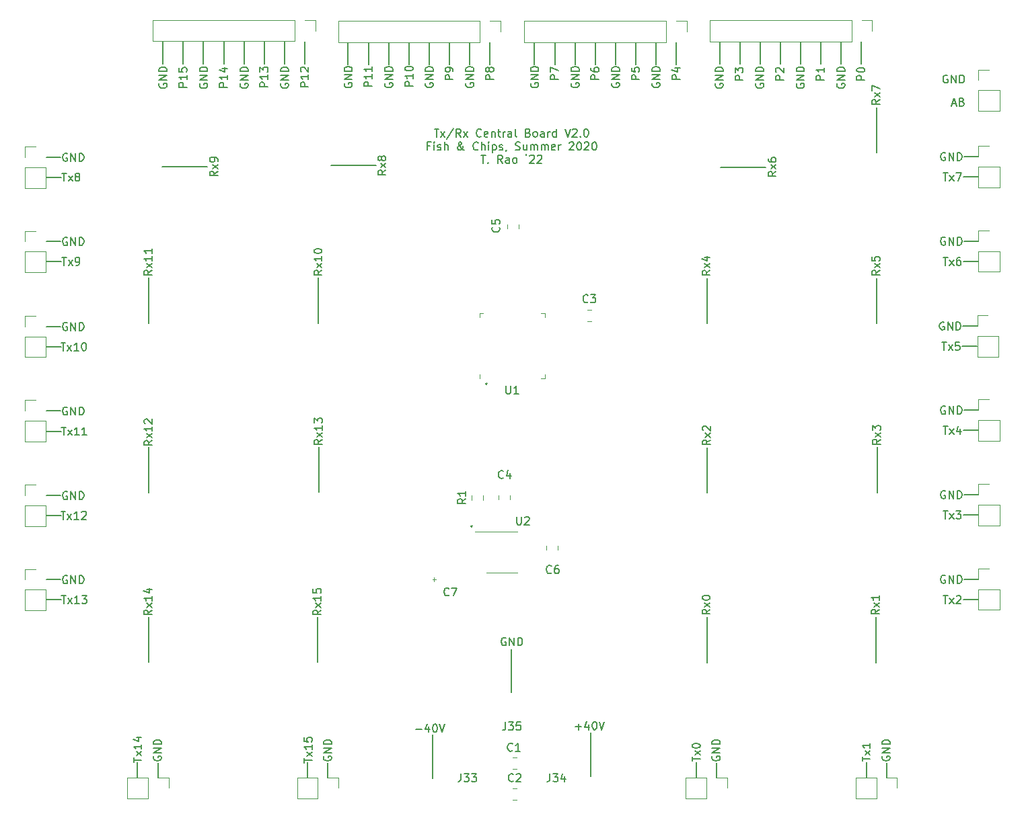
<source format=gbr>
G04 #@! TF.GenerationSoftware,KiCad,Pcbnew,(5.1.10-1-10_14)*
G04 #@! TF.CreationDate,2022-10-09T23:43:03+02:00*
G04 #@! TF.ProjectId,BoatCentralBoard,426f6174-4365-46e7-9472-616c426f6172,rev?*
G04 #@! TF.SameCoordinates,Original*
G04 #@! TF.FileFunction,Legend,Top*
G04 #@! TF.FilePolarity,Positive*
%FSLAX46Y46*%
G04 Gerber Fmt 4.6, Leading zero omitted, Abs format (unit mm)*
G04 Created by KiCad (PCBNEW (5.1.10-1-10_14)) date 2022-10-09 23:43:03*
%MOMM*%
%LPD*%
G01*
G04 APERTURE LIST*
%ADD10C,0.150000*%
%ADD11C,0.120000*%
G04 APERTURE END LIST*
D10*
X120640800Y-79980600D02*
X120640800Y-74280600D01*
X120740800Y-101280600D02*
X120740800Y-95580600D01*
X99743180Y-94778219D02*
X99266990Y-95111552D01*
X99743180Y-95349647D02*
X98743180Y-95349647D01*
X98743180Y-94968695D01*
X98790800Y-94873457D01*
X98838419Y-94825838D01*
X98933657Y-94778219D01*
X99076514Y-94778219D01*
X99171752Y-94825838D01*
X99219371Y-94873457D01*
X99266990Y-94968695D01*
X99266990Y-95349647D01*
X99743180Y-94444885D02*
X99076514Y-93921076D01*
X99076514Y-94444885D02*
X99743180Y-93921076D01*
X99743180Y-93016314D02*
X99743180Y-93587742D01*
X99743180Y-93302028D02*
X98743180Y-93302028D01*
X98886038Y-93397266D01*
X98981276Y-93492504D01*
X99028895Y-93587742D01*
X98838419Y-92635361D02*
X98790800Y-92587742D01*
X98743180Y-92492504D01*
X98743180Y-92254409D01*
X98790800Y-92159171D01*
X98838419Y-92111552D01*
X98933657Y-92063933D01*
X99028895Y-92063933D01*
X99171752Y-92111552D01*
X99743180Y-92682980D01*
X99743180Y-92063933D01*
X99340800Y-101330600D02*
X99340800Y-95630600D01*
X107993180Y-60852028D02*
X107516990Y-61185361D01*
X107993180Y-61423457D02*
X106993180Y-61423457D01*
X106993180Y-61042504D01*
X107040800Y-60947266D01*
X107088419Y-60899647D01*
X107183657Y-60852028D01*
X107326514Y-60852028D01*
X107421752Y-60899647D01*
X107469371Y-60947266D01*
X107516990Y-61042504D01*
X107516990Y-61423457D01*
X107993180Y-60518695D02*
X107326514Y-59994885D01*
X107326514Y-60518695D02*
X107993180Y-59994885D01*
X107993180Y-59566314D02*
X107993180Y-59375838D01*
X107945561Y-59280600D01*
X107897942Y-59232980D01*
X107755085Y-59137742D01*
X107564609Y-59090123D01*
X107183657Y-59090123D01*
X107088419Y-59137742D01*
X107040800Y-59185361D01*
X106993180Y-59280600D01*
X106993180Y-59471076D01*
X107040800Y-59566314D01*
X107088419Y-59613933D01*
X107183657Y-59661552D01*
X107421752Y-59661552D01*
X107516990Y-59613933D01*
X107564609Y-59566314D01*
X107612228Y-59471076D01*
X107612228Y-59280600D01*
X107564609Y-59185361D01*
X107516990Y-59137742D01*
X107421752Y-59090123D01*
X120993180Y-116128219D02*
X120516990Y-116461552D01*
X120993180Y-116699647D02*
X119993180Y-116699647D01*
X119993180Y-116318695D01*
X120040800Y-116223457D01*
X120088419Y-116175838D01*
X120183657Y-116128219D01*
X120326514Y-116128219D01*
X120421752Y-116175838D01*
X120469371Y-116223457D01*
X120516990Y-116318695D01*
X120516990Y-116699647D01*
X120993180Y-115794885D02*
X120326514Y-115271076D01*
X120326514Y-115794885D02*
X120993180Y-115271076D01*
X120993180Y-114366314D02*
X120993180Y-114937742D01*
X120993180Y-114652028D02*
X119993180Y-114652028D01*
X120136038Y-114747266D01*
X120231276Y-114842504D01*
X120278895Y-114937742D01*
X119993180Y-113461552D02*
X119993180Y-113937742D01*
X120469371Y-113985361D01*
X120421752Y-113937742D01*
X120374133Y-113842504D01*
X120374133Y-113604409D01*
X120421752Y-113509171D01*
X120469371Y-113461552D01*
X120564609Y-113413933D01*
X120802704Y-113413933D01*
X120897942Y-113461552D01*
X120945561Y-113509171D01*
X120993180Y-113604409D01*
X120993180Y-113842504D01*
X120945561Y-113937742D01*
X120897942Y-113985361D01*
X99693180Y-116128219D02*
X99216990Y-116461552D01*
X99693180Y-116699647D02*
X98693180Y-116699647D01*
X98693180Y-116318695D01*
X98740800Y-116223457D01*
X98788419Y-116175838D01*
X98883657Y-116128219D01*
X99026514Y-116128219D01*
X99121752Y-116175838D01*
X99169371Y-116223457D01*
X99216990Y-116318695D01*
X99216990Y-116699647D01*
X99693180Y-115794885D02*
X99026514Y-115271076D01*
X99026514Y-115794885D02*
X99693180Y-115271076D01*
X99693180Y-114366314D02*
X99693180Y-114937742D01*
X99693180Y-114652028D02*
X98693180Y-114652028D01*
X98836038Y-114747266D01*
X98931276Y-114842504D01*
X98978895Y-114937742D01*
X99026514Y-113509171D02*
X99693180Y-113509171D01*
X98645561Y-113747266D02*
X99359847Y-113985361D01*
X99359847Y-113366314D01*
X129143180Y-60702028D02*
X128666990Y-61035361D01*
X129143180Y-61273457D02*
X128143180Y-61273457D01*
X128143180Y-60892504D01*
X128190800Y-60797266D01*
X128238419Y-60749647D01*
X128333657Y-60702028D01*
X128476514Y-60702028D01*
X128571752Y-60749647D01*
X128619371Y-60797266D01*
X128666990Y-60892504D01*
X128666990Y-61273457D01*
X129143180Y-60368695D02*
X128476514Y-59844885D01*
X128476514Y-60368695D02*
X129143180Y-59844885D01*
X128571752Y-59321076D02*
X128524133Y-59416314D01*
X128476514Y-59463933D01*
X128381276Y-59511552D01*
X128333657Y-59511552D01*
X128238419Y-59463933D01*
X128190800Y-59416314D01*
X128143180Y-59321076D01*
X128143180Y-59130600D01*
X128190800Y-59035361D01*
X128238419Y-58987742D01*
X128333657Y-58940123D01*
X128381276Y-58940123D01*
X128476514Y-58987742D01*
X128524133Y-59035361D01*
X128571752Y-59130600D01*
X128571752Y-59321076D01*
X128619371Y-59416314D01*
X128666990Y-59463933D01*
X128762228Y-59511552D01*
X128952704Y-59511552D01*
X129047942Y-59463933D01*
X129095561Y-59416314D01*
X129143180Y-59321076D01*
X129143180Y-59130600D01*
X129095561Y-59035361D01*
X129047942Y-58987742D01*
X128952704Y-58940123D01*
X128762228Y-58940123D01*
X128666990Y-58987742D01*
X128619371Y-59035361D01*
X128571752Y-59130600D01*
X122240800Y-60130600D02*
X127940800Y-60130600D01*
X99290800Y-122680600D02*
X99290800Y-116980600D01*
X121093180Y-73328219D02*
X120616990Y-73661552D01*
X121093180Y-73899647D02*
X120093180Y-73899647D01*
X120093180Y-73518695D01*
X120140800Y-73423457D01*
X120188419Y-73375838D01*
X120283657Y-73328219D01*
X120426514Y-73328219D01*
X120521752Y-73375838D01*
X120569371Y-73423457D01*
X120616990Y-73518695D01*
X120616990Y-73899647D01*
X121093180Y-72994885D02*
X120426514Y-72471076D01*
X120426514Y-72994885D02*
X121093180Y-72471076D01*
X121093180Y-71566314D02*
X121093180Y-72137742D01*
X121093180Y-71852028D02*
X120093180Y-71852028D01*
X120236038Y-71947266D01*
X120331276Y-72042504D01*
X120378895Y-72137742D01*
X120093180Y-70947266D02*
X120093180Y-70852028D01*
X120140800Y-70756790D01*
X120188419Y-70709171D01*
X120283657Y-70661552D01*
X120474133Y-70613933D01*
X120712228Y-70613933D01*
X120902704Y-70661552D01*
X120997942Y-70709171D01*
X121045561Y-70756790D01*
X121093180Y-70852028D01*
X121093180Y-70947266D01*
X121045561Y-71042504D01*
X120997942Y-71090123D01*
X120902704Y-71137742D01*
X120712228Y-71185361D01*
X120474133Y-71185361D01*
X120283657Y-71137742D01*
X120188419Y-71090123D01*
X120140800Y-71042504D01*
X120093180Y-70947266D01*
X99693180Y-73328219D02*
X99216990Y-73661552D01*
X99693180Y-73899647D02*
X98693180Y-73899647D01*
X98693180Y-73518695D01*
X98740800Y-73423457D01*
X98788419Y-73375838D01*
X98883657Y-73328219D01*
X99026514Y-73328219D01*
X99121752Y-73375838D01*
X99169371Y-73423457D01*
X99216990Y-73518695D01*
X99216990Y-73899647D01*
X99693180Y-72994885D02*
X99026514Y-72471076D01*
X99026514Y-72994885D02*
X99693180Y-72471076D01*
X99693180Y-71566314D02*
X99693180Y-72137742D01*
X99693180Y-71852028D02*
X98693180Y-71852028D01*
X98836038Y-71947266D01*
X98931276Y-72042504D01*
X98978895Y-72137742D01*
X99693180Y-70613933D02*
X99693180Y-71185361D01*
X99693180Y-70899647D02*
X98693180Y-70899647D01*
X98836038Y-70994885D01*
X98931276Y-71090123D01*
X98978895Y-71185361D01*
X120590800Y-122680600D02*
X120590800Y-116980600D01*
X121143180Y-94678219D02*
X120666990Y-95011552D01*
X121143180Y-95249647D02*
X120143180Y-95249647D01*
X120143180Y-94868695D01*
X120190800Y-94773457D01*
X120238419Y-94725838D01*
X120333657Y-94678219D01*
X120476514Y-94678219D01*
X120571752Y-94725838D01*
X120619371Y-94773457D01*
X120666990Y-94868695D01*
X120666990Y-95249647D01*
X121143180Y-94344885D02*
X120476514Y-93821076D01*
X120476514Y-94344885D02*
X121143180Y-93821076D01*
X121143180Y-92916314D02*
X121143180Y-93487742D01*
X121143180Y-93202028D02*
X120143180Y-93202028D01*
X120286038Y-93297266D01*
X120381276Y-93392504D01*
X120428895Y-93487742D01*
X120143180Y-92582980D02*
X120143180Y-91963933D01*
X120524133Y-92297266D01*
X120524133Y-92154409D01*
X120571752Y-92059171D01*
X120619371Y-92011552D01*
X120714609Y-91963933D01*
X120952704Y-91963933D01*
X121047942Y-92011552D01*
X121095561Y-92059171D01*
X121143180Y-92154409D01*
X121143180Y-92440123D01*
X121095561Y-92535361D01*
X121047942Y-92582980D01*
X100990800Y-60280600D02*
X106690800Y-60280600D01*
X99290800Y-79980600D02*
X99290800Y-74280600D01*
X191293180Y-51852028D02*
X190816990Y-52185361D01*
X191293180Y-52423457D02*
X190293180Y-52423457D01*
X190293180Y-52042504D01*
X190340800Y-51947266D01*
X190388419Y-51899647D01*
X190483657Y-51852028D01*
X190626514Y-51852028D01*
X190721752Y-51899647D01*
X190769371Y-51947266D01*
X190816990Y-52042504D01*
X190816990Y-52423457D01*
X191293180Y-51518695D02*
X190626514Y-50994885D01*
X190626514Y-51518695D02*
X191293180Y-50994885D01*
X190293180Y-50709171D02*
X190293180Y-50042504D01*
X191293180Y-50471076D01*
X190890800Y-58530600D02*
X190890800Y-52830600D01*
X178243180Y-60902028D02*
X177766990Y-61235361D01*
X178243180Y-61473457D02*
X177243180Y-61473457D01*
X177243180Y-61092504D01*
X177290800Y-60997266D01*
X177338419Y-60949647D01*
X177433657Y-60902028D01*
X177576514Y-60902028D01*
X177671752Y-60949647D01*
X177719371Y-60997266D01*
X177766990Y-61092504D01*
X177766990Y-61473457D01*
X178243180Y-60568695D02*
X177576514Y-60044885D01*
X177576514Y-60568695D02*
X178243180Y-60044885D01*
X177243180Y-59235361D02*
X177243180Y-59425838D01*
X177290800Y-59521076D01*
X177338419Y-59568695D01*
X177481276Y-59663933D01*
X177671752Y-59711552D01*
X178052704Y-59711552D01*
X178147942Y-59663933D01*
X178195561Y-59616314D01*
X178243180Y-59521076D01*
X178243180Y-59330600D01*
X178195561Y-59235361D01*
X178147942Y-59187742D01*
X178052704Y-59140123D01*
X177814609Y-59140123D01*
X177719371Y-59187742D01*
X177671752Y-59235361D01*
X177624133Y-59330600D01*
X177624133Y-59521076D01*
X177671752Y-59616314D01*
X177719371Y-59663933D01*
X177814609Y-59711552D01*
X171240800Y-60330600D02*
X176940800Y-60330600D01*
X191243180Y-116052028D02*
X190766990Y-116385361D01*
X191243180Y-116623457D02*
X190243180Y-116623457D01*
X190243180Y-116242504D01*
X190290800Y-116147266D01*
X190338419Y-116099647D01*
X190433657Y-116052028D01*
X190576514Y-116052028D01*
X190671752Y-116099647D01*
X190719371Y-116147266D01*
X190766990Y-116242504D01*
X190766990Y-116623457D01*
X191243180Y-115718695D02*
X190576514Y-115194885D01*
X190576514Y-115718695D02*
X191243180Y-115194885D01*
X191243180Y-114290123D02*
X191243180Y-114861552D01*
X191243180Y-114575838D02*
X190243180Y-114575838D01*
X190386038Y-114671076D01*
X190481276Y-114766314D01*
X190528895Y-114861552D01*
X190840800Y-122730600D02*
X190840800Y-117030600D01*
X169943180Y-116052028D02*
X169466990Y-116385361D01*
X169943180Y-116623457D02*
X168943180Y-116623457D01*
X168943180Y-116242504D01*
X168990800Y-116147266D01*
X169038419Y-116099647D01*
X169133657Y-116052028D01*
X169276514Y-116052028D01*
X169371752Y-116099647D01*
X169419371Y-116147266D01*
X169466990Y-116242504D01*
X169466990Y-116623457D01*
X169943180Y-115718695D02*
X169276514Y-115194885D01*
X169276514Y-115718695D02*
X169943180Y-115194885D01*
X168943180Y-114623457D02*
X168943180Y-114528219D01*
X168990800Y-114432980D01*
X169038419Y-114385361D01*
X169133657Y-114337742D01*
X169324133Y-114290123D01*
X169562228Y-114290123D01*
X169752704Y-114337742D01*
X169847942Y-114385361D01*
X169895561Y-114432980D01*
X169943180Y-114528219D01*
X169943180Y-114623457D01*
X169895561Y-114718695D01*
X169847942Y-114766314D01*
X169752704Y-114813933D01*
X169562228Y-114861552D01*
X169324133Y-114861552D01*
X169133657Y-114813933D01*
X169038419Y-114766314D01*
X168990800Y-114718695D01*
X168943180Y-114623457D01*
X169540800Y-122730600D02*
X169540800Y-117030600D01*
X191293180Y-73352028D02*
X190816990Y-73685361D01*
X191293180Y-73923457D02*
X190293180Y-73923457D01*
X190293180Y-73542504D01*
X190340800Y-73447266D01*
X190388419Y-73399647D01*
X190483657Y-73352028D01*
X190626514Y-73352028D01*
X190721752Y-73399647D01*
X190769371Y-73447266D01*
X190816990Y-73542504D01*
X190816990Y-73923457D01*
X191293180Y-73018695D02*
X190626514Y-72494885D01*
X190626514Y-73018695D02*
X191293180Y-72494885D01*
X190293180Y-71637742D02*
X190293180Y-72113933D01*
X190769371Y-72161552D01*
X190721752Y-72113933D01*
X190674133Y-72018695D01*
X190674133Y-71780600D01*
X190721752Y-71685361D01*
X190769371Y-71637742D01*
X190864609Y-71590123D01*
X191102704Y-71590123D01*
X191197942Y-71637742D01*
X191245561Y-71685361D01*
X191293180Y-71780600D01*
X191293180Y-72018695D01*
X191245561Y-72113933D01*
X191197942Y-72161552D01*
X190890800Y-80030600D02*
X190890800Y-74330600D01*
X169943180Y-73352028D02*
X169466990Y-73685361D01*
X169943180Y-73923457D02*
X168943180Y-73923457D01*
X168943180Y-73542504D01*
X168990800Y-73447266D01*
X169038419Y-73399647D01*
X169133657Y-73352028D01*
X169276514Y-73352028D01*
X169371752Y-73399647D01*
X169419371Y-73447266D01*
X169466990Y-73542504D01*
X169466990Y-73923457D01*
X169943180Y-73018695D02*
X169276514Y-72494885D01*
X169276514Y-73018695D02*
X169943180Y-72494885D01*
X169276514Y-71685361D02*
X169943180Y-71685361D01*
X168895561Y-71923457D02*
X169609847Y-72161552D01*
X169609847Y-71542504D01*
X169540800Y-80030600D02*
X169540800Y-74330600D01*
X169993180Y-94702028D02*
X169516990Y-95035361D01*
X169993180Y-95273457D02*
X168993180Y-95273457D01*
X168993180Y-94892504D01*
X169040800Y-94797266D01*
X169088419Y-94749647D01*
X169183657Y-94702028D01*
X169326514Y-94702028D01*
X169421752Y-94749647D01*
X169469371Y-94797266D01*
X169516990Y-94892504D01*
X169516990Y-95273457D01*
X169993180Y-94368695D02*
X169326514Y-93844885D01*
X169326514Y-94368695D02*
X169993180Y-93844885D01*
X169088419Y-93511552D02*
X169040800Y-93463933D01*
X168993180Y-93368695D01*
X168993180Y-93130600D01*
X169040800Y-93035361D01*
X169088419Y-92987742D01*
X169183657Y-92940123D01*
X169278895Y-92940123D01*
X169421752Y-92987742D01*
X169993180Y-93559171D01*
X169993180Y-92940123D01*
X169590800Y-101380600D02*
X169590800Y-95680600D01*
X191393180Y-94652028D02*
X190916990Y-94985361D01*
X191393180Y-95223457D02*
X190393180Y-95223457D01*
X190393180Y-94842504D01*
X190440800Y-94747266D01*
X190488419Y-94699647D01*
X190583657Y-94652028D01*
X190726514Y-94652028D01*
X190821752Y-94699647D01*
X190869371Y-94747266D01*
X190916990Y-94842504D01*
X190916990Y-95223457D01*
X191393180Y-94318695D02*
X190726514Y-93794885D01*
X190726514Y-94318695D02*
X191393180Y-93794885D01*
X190393180Y-93509171D02*
X190393180Y-92890123D01*
X190774133Y-93223457D01*
X190774133Y-93080600D01*
X190821752Y-92985361D01*
X190869371Y-92937742D01*
X190964609Y-92890123D01*
X191202704Y-92890123D01*
X191297942Y-92937742D01*
X191345561Y-92985361D01*
X191393180Y-93080600D01*
X191393180Y-93366314D01*
X191345561Y-93461552D01*
X191297942Y-93509171D01*
X190990800Y-101330600D02*
X190990800Y-95630600D01*
X141790800Y-87544885D02*
X141886038Y-87640123D01*
X141790800Y-87735361D01*
X141695561Y-87640123D01*
X141790800Y-87544885D01*
X141790800Y-87735361D01*
X139910800Y-105464885D02*
X140006038Y-105560123D01*
X139910800Y-105655361D01*
X139815561Y-105560123D01*
X139910800Y-105464885D01*
X139910800Y-105655361D01*
X135252704Y-55532980D02*
X135824133Y-55532980D01*
X135538419Y-56532980D02*
X135538419Y-55532980D01*
X136062228Y-56532980D02*
X136586038Y-55866314D01*
X136062228Y-55866314D02*
X136586038Y-56532980D01*
X137681276Y-55485361D02*
X136824133Y-56771076D01*
X138586038Y-56532980D02*
X138252704Y-56056790D01*
X138014609Y-56532980D02*
X138014609Y-55532980D01*
X138395561Y-55532980D01*
X138490800Y-55580600D01*
X138538419Y-55628219D01*
X138586038Y-55723457D01*
X138586038Y-55866314D01*
X138538419Y-55961552D01*
X138490800Y-56009171D01*
X138395561Y-56056790D01*
X138014609Y-56056790D01*
X138919371Y-56532980D02*
X139443180Y-55866314D01*
X138919371Y-55866314D02*
X139443180Y-56532980D01*
X141157466Y-56437742D02*
X141109847Y-56485361D01*
X140966990Y-56532980D01*
X140871752Y-56532980D01*
X140728895Y-56485361D01*
X140633657Y-56390123D01*
X140586038Y-56294885D01*
X140538419Y-56104409D01*
X140538419Y-55961552D01*
X140586038Y-55771076D01*
X140633657Y-55675838D01*
X140728895Y-55580600D01*
X140871752Y-55532980D01*
X140966990Y-55532980D01*
X141109847Y-55580600D01*
X141157466Y-55628219D01*
X141966990Y-56485361D02*
X141871752Y-56532980D01*
X141681276Y-56532980D01*
X141586038Y-56485361D01*
X141538419Y-56390123D01*
X141538419Y-56009171D01*
X141586038Y-55913933D01*
X141681276Y-55866314D01*
X141871752Y-55866314D01*
X141966990Y-55913933D01*
X142014609Y-56009171D01*
X142014609Y-56104409D01*
X141538419Y-56199647D01*
X142443180Y-55866314D02*
X142443180Y-56532980D01*
X142443180Y-55961552D02*
X142490800Y-55913933D01*
X142586038Y-55866314D01*
X142728895Y-55866314D01*
X142824133Y-55913933D01*
X142871752Y-56009171D01*
X142871752Y-56532980D01*
X143205085Y-55866314D02*
X143586038Y-55866314D01*
X143347942Y-55532980D02*
X143347942Y-56390123D01*
X143395561Y-56485361D01*
X143490800Y-56532980D01*
X143586038Y-56532980D01*
X143919371Y-56532980D02*
X143919371Y-55866314D01*
X143919371Y-56056790D02*
X143966990Y-55961552D01*
X144014609Y-55913933D01*
X144109847Y-55866314D01*
X144205085Y-55866314D01*
X144966990Y-56532980D02*
X144966990Y-56009171D01*
X144919371Y-55913933D01*
X144824133Y-55866314D01*
X144633657Y-55866314D01*
X144538419Y-55913933D01*
X144966990Y-56485361D02*
X144871752Y-56532980D01*
X144633657Y-56532980D01*
X144538419Y-56485361D01*
X144490800Y-56390123D01*
X144490800Y-56294885D01*
X144538419Y-56199647D01*
X144633657Y-56152028D01*
X144871752Y-56152028D01*
X144966990Y-56104409D01*
X145586038Y-56532980D02*
X145490800Y-56485361D01*
X145443180Y-56390123D01*
X145443180Y-55532980D01*
X147062228Y-56009171D02*
X147205085Y-56056790D01*
X147252704Y-56104409D01*
X147300323Y-56199647D01*
X147300323Y-56342504D01*
X147252704Y-56437742D01*
X147205085Y-56485361D01*
X147109847Y-56532980D01*
X146728895Y-56532980D01*
X146728895Y-55532980D01*
X147062228Y-55532980D01*
X147157466Y-55580600D01*
X147205085Y-55628219D01*
X147252704Y-55723457D01*
X147252704Y-55818695D01*
X147205085Y-55913933D01*
X147157466Y-55961552D01*
X147062228Y-56009171D01*
X146728895Y-56009171D01*
X147871752Y-56532980D02*
X147776514Y-56485361D01*
X147728895Y-56437742D01*
X147681276Y-56342504D01*
X147681276Y-56056790D01*
X147728895Y-55961552D01*
X147776514Y-55913933D01*
X147871752Y-55866314D01*
X148014609Y-55866314D01*
X148109847Y-55913933D01*
X148157466Y-55961552D01*
X148205085Y-56056790D01*
X148205085Y-56342504D01*
X148157466Y-56437742D01*
X148109847Y-56485361D01*
X148014609Y-56532980D01*
X147871752Y-56532980D01*
X149062228Y-56532980D02*
X149062228Y-56009171D01*
X149014609Y-55913933D01*
X148919371Y-55866314D01*
X148728895Y-55866314D01*
X148633657Y-55913933D01*
X149062228Y-56485361D02*
X148966990Y-56532980D01*
X148728895Y-56532980D01*
X148633657Y-56485361D01*
X148586038Y-56390123D01*
X148586038Y-56294885D01*
X148633657Y-56199647D01*
X148728895Y-56152028D01*
X148966990Y-56152028D01*
X149062228Y-56104409D01*
X149538419Y-56532980D02*
X149538419Y-55866314D01*
X149538419Y-56056790D02*
X149586038Y-55961552D01*
X149633657Y-55913933D01*
X149728895Y-55866314D01*
X149824133Y-55866314D01*
X150586038Y-56532980D02*
X150586038Y-55532980D01*
X150586038Y-56485361D02*
X150490800Y-56532980D01*
X150300323Y-56532980D01*
X150205085Y-56485361D01*
X150157466Y-56437742D01*
X150109847Y-56342504D01*
X150109847Y-56056790D01*
X150157466Y-55961552D01*
X150205085Y-55913933D01*
X150300323Y-55866314D01*
X150490800Y-55866314D01*
X150586038Y-55913933D01*
X151681276Y-55532980D02*
X152014609Y-56532980D01*
X152347942Y-55532980D01*
X152633657Y-55628219D02*
X152681276Y-55580600D01*
X152776514Y-55532980D01*
X153014609Y-55532980D01*
X153109847Y-55580600D01*
X153157466Y-55628219D01*
X153205085Y-55723457D01*
X153205085Y-55818695D01*
X153157466Y-55961552D01*
X152586038Y-56532980D01*
X153205085Y-56532980D01*
X153633657Y-56437742D02*
X153681276Y-56485361D01*
X153633657Y-56532980D01*
X153586038Y-56485361D01*
X153633657Y-56437742D01*
X153633657Y-56532980D01*
X154300323Y-55532980D02*
X154395561Y-55532980D01*
X154490800Y-55580600D01*
X154538419Y-55628219D01*
X154586038Y-55723457D01*
X154633657Y-55913933D01*
X154633657Y-56152028D01*
X154586038Y-56342504D01*
X154538419Y-56437742D01*
X154490800Y-56485361D01*
X154395561Y-56532980D01*
X154300323Y-56532980D01*
X154205085Y-56485361D01*
X154157466Y-56437742D01*
X154109847Y-56342504D01*
X154062228Y-56152028D01*
X154062228Y-55913933D01*
X154109847Y-55723457D01*
X154157466Y-55628219D01*
X154205085Y-55580600D01*
X154300323Y-55532980D01*
X134705085Y-57659171D02*
X134371752Y-57659171D01*
X134371752Y-58182980D02*
X134371752Y-57182980D01*
X134847942Y-57182980D01*
X135228895Y-58182980D02*
X135228895Y-57516314D01*
X135228895Y-57182980D02*
X135181276Y-57230600D01*
X135228895Y-57278219D01*
X135276514Y-57230600D01*
X135228895Y-57182980D01*
X135228895Y-57278219D01*
X135657466Y-58135361D02*
X135752704Y-58182980D01*
X135943180Y-58182980D01*
X136038419Y-58135361D01*
X136086038Y-58040123D01*
X136086038Y-57992504D01*
X136038419Y-57897266D01*
X135943180Y-57849647D01*
X135800323Y-57849647D01*
X135705085Y-57802028D01*
X135657466Y-57706790D01*
X135657466Y-57659171D01*
X135705085Y-57563933D01*
X135800323Y-57516314D01*
X135943180Y-57516314D01*
X136038419Y-57563933D01*
X136514609Y-58182980D02*
X136514609Y-57182980D01*
X136943180Y-58182980D02*
X136943180Y-57659171D01*
X136895561Y-57563933D01*
X136800323Y-57516314D01*
X136657466Y-57516314D01*
X136562228Y-57563933D01*
X136514609Y-57611552D01*
X138990800Y-58182980D02*
X138943180Y-58182980D01*
X138847942Y-58135361D01*
X138705085Y-57992504D01*
X138466990Y-57706790D01*
X138371752Y-57563933D01*
X138324133Y-57421076D01*
X138324133Y-57325838D01*
X138371752Y-57230600D01*
X138466990Y-57182980D01*
X138514609Y-57182980D01*
X138609847Y-57230600D01*
X138657466Y-57325838D01*
X138657466Y-57373457D01*
X138609847Y-57468695D01*
X138562228Y-57516314D01*
X138276514Y-57706790D01*
X138228895Y-57754409D01*
X138181276Y-57849647D01*
X138181276Y-57992504D01*
X138228895Y-58087742D01*
X138276514Y-58135361D01*
X138371752Y-58182980D01*
X138514609Y-58182980D01*
X138609847Y-58135361D01*
X138657466Y-58087742D01*
X138800323Y-57897266D01*
X138847942Y-57754409D01*
X138847942Y-57659171D01*
X140752704Y-58087742D02*
X140705085Y-58135361D01*
X140562228Y-58182980D01*
X140466990Y-58182980D01*
X140324133Y-58135361D01*
X140228895Y-58040123D01*
X140181276Y-57944885D01*
X140133657Y-57754409D01*
X140133657Y-57611552D01*
X140181276Y-57421076D01*
X140228895Y-57325838D01*
X140324133Y-57230600D01*
X140466990Y-57182980D01*
X140562228Y-57182980D01*
X140705085Y-57230600D01*
X140752704Y-57278219D01*
X141181276Y-58182980D02*
X141181276Y-57182980D01*
X141609847Y-58182980D02*
X141609847Y-57659171D01*
X141562228Y-57563933D01*
X141466990Y-57516314D01*
X141324133Y-57516314D01*
X141228895Y-57563933D01*
X141181276Y-57611552D01*
X142086038Y-58182980D02*
X142086038Y-57516314D01*
X142086038Y-57182980D02*
X142038419Y-57230600D01*
X142086038Y-57278219D01*
X142133657Y-57230600D01*
X142086038Y-57182980D01*
X142086038Y-57278219D01*
X142562228Y-57516314D02*
X142562228Y-58516314D01*
X142562228Y-57563933D02*
X142657466Y-57516314D01*
X142847942Y-57516314D01*
X142943180Y-57563933D01*
X142990800Y-57611552D01*
X143038419Y-57706790D01*
X143038419Y-57992504D01*
X142990800Y-58087742D01*
X142943180Y-58135361D01*
X142847942Y-58182980D01*
X142657466Y-58182980D01*
X142562228Y-58135361D01*
X143419371Y-58135361D02*
X143514609Y-58182980D01*
X143705085Y-58182980D01*
X143800323Y-58135361D01*
X143847942Y-58040123D01*
X143847942Y-57992504D01*
X143800323Y-57897266D01*
X143705085Y-57849647D01*
X143562228Y-57849647D01*
X143466990Y-57802028D01*
X143419371Y-57706790D01*
X143419371Y-57659171D01*
X143466990Y-57563933D01*
X143562228Y-57516314D01*
X143705085Y-57516314D01*
X143800323Y-57563933D01*
X144324133Y-58135361D02*
X144324133Y-58182980D01*
X144276514Y-58278219D01*
X144228895Y-58325838D01*
X145466990Y-58135361D02*
X145609847Y-58182980D01*
X145847942Y-58182980D01*
X145943180Y-58135361D01*
X145990800Y-58087742D01*
X146038419Y-57992504D01*
X146038419Y-57897266D01*
X145990800Y-57802028D01*
X145943180Y-57754409D01*
X145847942Y-57706790D01*
X145657466Y-57659171D01*
X145562228Y-57611552D01*
X145514609Y-57563933D01*
X145466990Y-57468695D01*
X145466990Y-57373457D01*
X145514609Y-57278219D01*
X145562228Y-57230600D01*
X145657466Y-57182980D01*
X145895561Y-57182980D01*
X146038419Y-57230600D01*
X146895561Y-57516314D02*
X146895561Y-58182980D01*
X146466990Y-57516314D02*
X146466990Y-58040123D01*
X146514609Y-58135361D01*
X146609847Y-58182980D01*
X146752704Y-58182980D01*
X146847942Y-58135361D01*
X146895561Y-58087742D01*
X147371752Y-58182980D02*
X147371752Y-57516314D01*
X147371752Y-57611552D02*
X147419371Y-57563933D01*
X147514609Y-57516314D01*
X147657466Y-57516314D01*
X147752704Y-57563933D01*
X147800323Y-57659171D01*
X147800323Y-58182980D01*
X147800323Y-57659171D02*
X147847942Y-57563933D01*
X147943180Y-57516314D01*
X148086038Y-57516314D01*
X148181276Y-57563933D01*
X148228895Y-57659171D01*
X148228895Y-58182980D01*
X148705085Y-58182980D02*
X148705085Y-57516314D01*
X148705085Y-57611552D02*
X148752704Y-57563933D01*
X148847942Y-57516314D01*
X148990800Y-57516314D01*
X149086038Y-57563933D01*
X149133657Y-57659171D01*
X149133657Y-58182980D01*
X149133657Y-57659171D02*
X149181276Y-57563933D01*
X149276514Y-57516314D01*
X149419371Y-57516314D01*
X149514609Y-57563933D01*
X149562228Y-57659171D01*
X149562228Y-58182980D01*
X150419371Y-58135361D02*
X150324133Y-58182980D01*
X150133657Y-58182980D01*
X150038419Y-58135361D01*
X149990800Y-58040123D01*
X149990800Y-57659171D01*
X150038419Y-57563933D01*
X150133657Y-57516314D01*
X150324133Y-57516314D01*
X150419371Y-57563933D01*
X150466990Y-57659171D01*
X150466990Y-57754409D01*
X149990800Y-57849647D01*
X150895561Y-58182980D02*
X150895561Y-57516314D01*
X150895561Y-57706790D02*
X150943180Y-57611552D01*
X150990800Y-57563933D01*
X151086038Y-57516314D01*
X151181276Y-57516314D01*
X152228895Y-57278219D02*
X152276514Y-57230600D01*
X152371752Y-57182980D01*
X152609847Y-57182980D01*
X152705085Y-57230600D01*
X152752704Y-57278219D01*
X152800323Y-57373457D01*
X152800323Y-57468695D01*
X152752704Y-57611552D01*
X152181276Y-58182980D01*
X152800323Y-58182980D01*
X153419371Y-57182980D02*
X153514609Y-57182980D01*
X153609847Y-57230600D01*
X153657466Y-57278219D01*
X153705085Y-57373457D01*
X153752704Y-57563933D01*
X153752704Y-57802028D01*
X153705085Y-57992504D01*
X153657466Y-58087742D01*
X153609847Y-58135361D01*
X153514609Y-58182980D01*
X153419371Y-58182980D01*
X153324133Y-58135361D01*
X153276514Y-58087742D01*
X153228895Y-57992504D01*
X153181276Y-57802028D01*
X153181276Y-57563933D01*
X153228895Y-57373457D01*
X153276514Y-57278219D01*
X153324133Y-57230600D01*
X153419371Y-57182980D01*
X154133657Y-57278219D02*
X154181276Y-57230600D01*
X154276514Y-57182980D01*
X154514609Y-57182980D01*
X154609847Y-57230600D01*
X154657466Y-57278219D01*
X154705085Y-57373457D01*
X154705085Y-57468695D01*
X154657466Y-57611552D01*
X154086038Y-58182980D01*
X154705085Y-58182980D01*
X155324133Y-57182980D02*
X155419371Y-57182980D01*
X155514609Y-57230600D01*
X155562228Y-57278219D01*
X155609847Y-57373457D01*
X155657466Y-57563933D01*
X155657466Y-57802028D01*
X155609847Y-57992504D01*
X155562228Y-58087742D01*
X155514609Y-58135361D01*
X155419371Y-58182980D01*
X155324133Y-58182980D01*
X155228895Y-58135361D01*
X155181276Y-58087742D01*
X155133657Y-57992504D01*
X155086038Y-57802028D01*
X155086038Y-57563933D01*
X155133657Y-57373457D01*
X155181276Y-57278219D01*
X155228895Y-57230600D01*
X155324133Y-57182980D01*
X141109847Y-58832980D02*
X141681276Y-58832980D01*
X141395561Y-59832980D02*
X141395561Y-58832980D01*
X142014609Y-59737742D02*
X142062228Y-59785361D01*
X142014609Y-59832980D01*
X141966990Y-59785361D01*
X142014609Y-59737742D01*
X142014609Y-59832980D01*
X143824133Y-59832980D02*
X143490800Y-59356790D01*
X143252704Y-59832980D02*
X143252704Y-58832980D01*
X143633657Y-58832980D01*
X143728895Y-58880600D01*
X143776514Y-58928219D01*
X143824133Y-59023457D01*
X143824133Y-59166314D01*
X143776514Y-59261552D01*
X143728895Y-59309171D01*
X143633657Y-59356790D01*
X143252704Y-59356790D01*
X144681276Y-59832980D02*
X144681276Y-59309171D01*
X144633657Y-59213933D01*
X144538419Y-59166314D01*
X144347942Y-59166314D01*
X144252704Y-59213933D01*
X144681276Y-59785361D02*
X144586038Y-59832980D01*
X144347942Y-59832980D01*
X144252704Y-59785361D01*
X144205085Y-59690123D01*
X144205085Y-59594885D01*
X144252704Y-59499647D01*
X144347942Y-59452028D01*
X144586038Y-59452028D01*
X144681276Y-59404409D01*
X145300323Y-59832980D02*
X145205085Y-59785361D01*
X145157466Y-59737742D01*
X145109847Y-59642504D01*
X145109847Y-59356790D01*
X145157466Y-59261552D01*
X145205085Y-59213933D01*
X145300323Y-59166314D01*
X145443180Y-59166314D01*
X145538419Y-59213933D01*
X145586038Y-59261552D01*
X145633657Y-59356790D01*
X145633657Y-59642504D01*
X145586038Y-59737742D01*
X145538419Y-59785361D01*
X145443180Y-59832980D01*
X145300323Y-59832980D01*
X146776514Y-58880600D02*
X146776514Y-58832980D01*
X146824133Y-58737742D01*
X146871752Y-58690123D01*
X147252704Y-58928219D02*
X147300323Y-58880600D01*
X147395561Y-58832980D01*
X147633657Y-58832980D01*
X147728895Y-58880600D01*
X147776514Y-58928219D01*
X147824133Y-59023457D01*
X147824133Y-59118695D01*
X147776514Y-59261552D01*
X147205085Y-59832980D01*
X147824133Y-59832980D01*
X148205085Y-58928219D02*
X148252704Y-58880600D01*
X148347942Y-58832980D01*
X148586038Y-58832980D01*
X148681276Y-58880600D01*
X148728895Y-58928219D01*
X148776514Y-59023457D01*
X148776514Y-59118695D01*
X148728895Y-59261552D01*
X148157466Y-59832980D01*
X148776514Y-59832980D01*
X199828895Y-48780600D02*
X199733657Y-48732980D01*
X199590800Y-48732980D01*
X199447942Y-48780600D01*
X199352704Y-48875838D01*
X199305085Y-48971076D01*
X199257466Y-49161552D01*
X199257466Y-49304409D01*
X199305085Y-49494885D01*
X199352704Y-49590123D01*
X199447942Y-49685361D01*
X199590800Y-49732980D01*
X199686038Y-49732980D01*
X199828895Y-49685361D01*
X199876514Y-49637742D01*
X199876514Y-49304409D01*
X199686038Y-49304409D01*
X200305085Y-49732980D02*
X200305085Y-48732980D01*
X200876514Y-49732980D01*
X200876514Y-48732980D01*
X201352704Y-49732980D02*
X201352704Y-48732980D01*
X201590800Y-48732980D01*
X201733657Y-48780600D01*
X201828895Y-48875838D01*
X201876514Y-48971076D01*
X201924133Y-49161552D01*
X201924133Y-49304409D01*
X201876514Y-49494885D01*
X201828895Y-49590123D01*
X201733657Y-49685361D01*
X201590800Y-49732980D01*
X201352704Y-49732980D01*
X200402704Y-52347266D02*
X200878895Y-52347266D01*
X200307466Y-52632980D02*
X200640800Y-51632980D01*
X200974133Y-52632980D01*
X201640800Y-52109171D02*
X201783657Y-52156790D01*
X201831276Y-52204409D01*
X201878895Y-52299647D01*
X201878895Y-52442504D01*
X201831276Y-52537742D01*
X201783657Y-52585361D01*
X201688419Y-52632980D01*
X201307466Y-52632980D01*
X201307466Y-51632980D01*
X201640800Y-51632980D01*
X201736038Y-51680600D01*
X201783657Y-51728219D01*
X201831276Y-51823457D01*
X201831276Y-51918695D01*
X201783657Y-52013933D01*
X201736038Y-52061552D01*
X201640800Y-52109171D01*
X201307466Y-52109171D01*
X114302380Y-50214285D02*
X113302380Y-50214285D01*
X113302380Y-49833333D01*
X113350000Y-49738095D01*
X113397619Y-49690476D01*
X113492857Y-49642857D01*
X113635714Y-49642857D01*
X113730952Y-49690476D01*
X113778571Y-49738095D01*
X113826190Y-49833333D01*
X113826190Y-50214285D01*
X114302380Y-48690476D02*
X114302380Y-49261904D01*
X114302380Y-48976190D02*
X113302380Y-48976190D01*
X113445238Y-49071428D01*
X113540476Y-49166666D01*
X113588095Y-49261904D01*
X113302380Y-48357142D02*
X113302380Y-47738095D01*
X113683333Y-48071428D01*
X113683333Y-47928571D01*
X113730952Y-47833333D01*
X113778571Y-47785714D01*
X113873809Y-47738095D01*
X114111904Y-47738095D01*
X114207142Y-47785714D01*
X114254761Y-47833333D01*
X114302380Y-47928571D01*
X114302380Y-48214285D01*
X114254761Y-48309523D01*
X114207142Y-48357142D01*
X110850000Y-49811904D02*
X110802380Y-49907142D01*
X110802380Y-50050000D01*
X110850000Y-50192857D01*
X110945238Y-50288095D01*
X111040476Y-50335714D01*
X111230952Y-50383333D01*
X111373809Y-50383333D01*
X111564285Y-50335714D01*
X111659523Y-50288095D01*
X111754761Y-50192857D01*
X111802380Y-50050000D01*
X111802380Y-49954761D01*
X111754761Y-49811904D01*
X111707142Y-49764285D01*
X111373809Y-49764285D01*
X111373809Y-49954761D01*
X111802380Y-49335714D02*
X110802380Y-49335714D01*
X111802380Y-48764285D01*
X110802380Y-48764285D01*
X111802380Y-48288095D02*
X110802380Y-48288095D01*
X110802380Y-48050000D01*
X110850000Y-47907142D01*
X110945238Y-47811904D01*
X111040476Y-47764285D01*
X111230952Y-47716666D01*
X111373809Y-47716666D01*
X111564285Y-47764285D01*
X111659523Y-47811904D01*
X111754761Y-47907142D01*
X111802380Y-48050000D01*
X111802380Y-48288095D01*
X105750000Y-49811904D02*
X105702380Y-49907142D01*
X105702380Y-50050000D01*
X105750000Y-50192857D01*
X105845238Y-50288095D01*
X105940476Y-50335714D01*
X106130952Y-50383333D01*
X106273809Y-50383333D01*
X106464285Y-50335714D01*
X106559523Y-50288095D01*
X106654761Y-50192857D01*
X106702380Y-50050000D01*
X106702380Y-49954761D01*
X106654761Y-49811904D01*
X106607142Y-49764285D01*
X106273809Y-49764285D01*
X106273809Y-49954761D01*
X106702380Y-49335714D02*
X105702380Y-49335714D01*
X106702380Y-48764285D01*
X105702380Y-48764285D01*
X106702380Y-48288095D02*
X105702380Y-48288095D01*
X105702380Y-48050000D01*
X105750000Y-47907142D01*
X105845238Y-47811904D01*
X105940476Y-47764285D01*
X106130952Y-47716666D01*
X106273809Y-47716666D01*
X106464285Y-47764285D01*
X106559523Y-47811904D01*
X106654761Y-47907142D01*
X106702380Y-48050000D01*
X106702380Y-48288095D01*
X104102380Y-50264285D02*
X103102380Y-50264285D01*
X103102380Y-49883333D01*
X103150000Y-49788095D01*
X103197619Y-49740476D01*
X103292857Y-49692857D01*
X103435714Y-49692857D01*
X103530952Y-49740476D01*
X103578571Y-49788095D01*
X103626190Y-49883333D01*
X103626190Y-50264285D01*
X104102380Y-48740476D02*
X104102380Y-49311904D01*
X104102380Y-49026190D02*
X103102380Y-49026190D01*
X103245238Y-49121428D01*
X103340476Y-49216666D01*
X103388095Y-49311904D01*
X103102380Y-47835714D02*
X103102380Y-48311904D01*
X103578571Y-48359523D01*
X103530952Y-48311904D01*
X103483333Y-48216666D01*
X103483333Y-47978571D01*
X103530952Y-47883333D01*
X103578571Y-47835714D01*
X103673809Y-47788095D01*
X103911904Y-47788095D01*
X104007142Y-47835714D01*
X104054761Y-47883333D01*
X104102380Y-47978571D01*
X104102380Y-48216666D01*
X104054761Y-48311904D01*
X104007142Y-48359523D01*
X100650000Y-49811904D02*
X100602380Y-49907142D01*
X100602380Y-50050000D01*
X100650000Y-50192857D01*
X100745238Y-50288095D01*
X100840476Y-50335714D01*
X101030952Y-50383333D01*
X101173809Y-50383333D01*
X101364285Y-50335714D01*
X101459523Y-50288095D01*
X101554761Y-50192857D01*
X101602380Y-50050000D01*
X101602380Y-49954761D01*
X101554761Y-49811904D01*
X101507142Y-49764285D01*
X101173809Y-49764285D01*
X101173809Y-49954761D01*
X101602380Y-49335714D02*
X100602380Y-49335714D01*
X101602380Y-48764285D01*
X100602380Y-48764285D01*
X101602380Y-48288095D02*
X100602380Y-48288095D01*
X100602380Y-48050000D01*
X100650000Y-47907142D01*
X100745238Y-47811904D01*
X100840476Y-47764285D01*
X101030952Y-47716666D01*
X101173809Y-47716666D01*
X101364285Y-47764285D01*
X101459523Y-47811904D01*
X101554761Y-47907142D01*
X101602380Y-48050000D01*
X101602380Y-48288095D01*
X115950000Y-49811904D02*
X115902380Y-49907142D01*
X115902380Y-50050000D01*
X115950000Y-50192857D01*
X116045238Y-50288095D01*
X116140476Y-50335714D01*
X116330952Y-50383333D01*
X116473809Y-50383333D01*
X116664285Y-50335714D01*
X116759523Y-50288095D01*
X116854761Y-50192857D01*
X116902380Y-50050000D01*
X116902380Y-49954761D01*
X116854761Y-49811904D01*
X116807142Y-49764285D01*
X116473809Y-49764285D01*
X116473809Y-49954761D01*
X116902380Y-49335714D02*
X115902380Y-49335714D01*
X116902380Y-48764285D01*
X115902380Y-48764285D01*
X116902380Y-48288095D02*
X115902380Y-48288095D01*
X115902380Y-48050000D01*
X115950000Y-47907142D01*
X116045238Y-47811904D01*
X116140476Y-47764285D01*
X116330952Y-47716666D01*
X116473809Y-47716666D01*
X116664285Y-47764285D01*
X116759523Y-47811904D01*
X116854761Y-47907142D01*
X116902380Y-48050000D01*
X116902380Y-48288095D01*
X109202380Y-50264285D02*
X108202380Y-50264285D01*
X108202380Y-49883333D01*
X108250000Y-49788095D01*
X108297619Y-49740476D01*
X108392857Y-49692857D01*
X108535714Y-49692857D01*
X108630952Y-49740476D01*
X108678571Y-49788095D01*
X108726190Y-49883333D01*
X108726190Y-50264285D01*
X109202380Y-48740476D02*
X109202380Y-49311904D01*
X109202380Y-49026190D02*
X108202380Y-49026190D01*
X108345238Y-49121428D01*
X108440476Y-49216666D01*
X108488095Y-49311904D01*
X108535714Y-47883333D02*
X109202380Y-47883333D01*
X108154761Y-48121428D02*
X108869047Y-48359523D01*
X108869047Y-47740476D01*
X119402380Y-50214285D02*
X118402380Y-50214285D01*
X118402380Y-49833333D01*
X118450000Y-49738095D01*
X118497619Y-49690476D01*
X118592857Y-49642857D01*
X118735714Y-49642857D01*
X118830952Y-49690476D01*
X118878571Y-49738095D01*
X118926190Y-49833333D01*
X118926190Y-50214285D01*
X119402380Y-48690476D02*
X119402380Y-49261904D01*
X119402380Y-48976190D02*
X118402380Y-48976190D01*
X118545238Y-49071428D01*
X118640476Y-49166666D01*
X118688095Y-49261904D01*
X118497619Y-48309523D02*
X118450000Y-48261904D01*
X118402380Y-48166666D01*
X118402380Y-47928571D01*
X118450000Y-47833333D01*
X118497619Y-47785714D01*
X118592857Y-47738095D01*
X118688095Y-47738095D01*
X118830952Y-47785714D01*
X119402380Y-48357142D01*
X119402380Y-47738095D01*
X137602380Y-49288095D02*
X136602380Y-49288095D01*
X136602380Y-48907142D01*
X136650000Y-48811904D01*
X136697619Y-48764285D01*
X136792857Y-48716666D01*
X136935714Y-48716666D01*
X137030952Y-48764285D01*
X137078571Y-48811904D01*
X137126190Y-48907142D01*
X137126190Y-49288095D01*
X137602380Y-48240476D02*
X137602380Y-48050000D01*
X137554761Y-47954761D01*
X137507142Y-47907142D01*
X137364285Y-47811904D01*
X137173809Y-47764285D01*
X136792857Y-47764285D01*
X136697619Y-47811904D01*
X136650000Y-47859523D01*
X136602380Y-47954761D01*
X136602380Y-48145238D01*
X136650000Y-48240476D01*
X136697619Y-48288095D01*
X136792857Y-48335714D01*
X137030952Y-48335714D01*
X137126190Y-48288095D01*
X137173809Y-48240476D01*
X137221428Y-48145238D01*
X137221428Y-47954761D01*
X137173809Y-47859523D01*
X137126190Y-47811904D01*
X137030952Y-47764285D01*
X134150000Y-49761904D02*
X134102380Y-49857142D01*
X134102380Y-50000000D01*
X134150000Y-50142857D01*
X134245238Y-50238095D01*
X134340476Y-50285714D01*
X134530952Y-50333333D01*
X134673809Y-50333333D01*
X134864285Y-50285714D01*
X134959523Y-50238095D01*
X135054761Y-50142857D01*
X135102380Y-50000000D01*
X135102380Y-49904761D01*
X135054761Y-49761904D01*
X135007142Y-49714285D01*
X134673809Y-49714285D01*
X134673809Y-49904761D01*
X135102380Y-49285714D02*
X134102380Y-49285714D01*
X135102380Y-48714285D01*
X134102380Y-48714285D01*
X135102380Y-48238095D02*
X134102380Y-48238095D01*
X134102380Y-48000000D01*
X134150000Y-47857142D01*
X134245238Y-47761904D01*
X134340476Y-47714285D01*
X134530952Y-47666666D01*
X134673809Y-47666666D01*
X134864285Y-47714285D01*
X134959523Y-47761904D01*
X135054761Y-47857142D01*
X135102380Y-48000000D01*
X135102380Y-48238095D01*
X129050000Y-49761904D02*
X129002380Y-49857142D01*
X129002380Y-50000000D01*
X129050000Y-50142857D01*
X129145238Y-50238095D01*
X129240476Y-50285714D01*
X129430952Y-50333333D01*
X129573809Y-50333333D01*
X129764285Y-50285714D01*
X129859523Y-50238095D01*
X129954761Y-50142857D01*
X130002380Y-50000000D01*
X130002380Y-49904761D01*
X129954761Y-49761904D01*
X129907142Y-49714285D01*
X129573809Y-49714285D01*
X129573809Y-49904761D01*
X130002380Y-49285714D02*
X129002380Y-49285714D01*
X130002380Y-48714285D01*
X129002380Y-48714285D01*
X130002380Y-48238095D02*
X129002380Y-48238095D01*
X129002380Y-48000000D01*
X129050000Y-47857142D01*
X129145238Y-47761904D01*
X129240476Y-47714285D01*
X129430952Y-47666666D01*
X129573809Y-47666666D01*
X129764285Y-47714285D01*
X129859523Y-47761904D01*
X129954761Y-47857142D01*
X130002380Y-48000000D01*
X130002380Y-48238095D01*
X127402380Y-50164285D02*
X126402380Y-50164285D01*
X126402380Y-49783333D01*
X126450000Y-49688095D01*
X126497619Y-49640476D01*
X126592857Y-49592857D01*
X126735714Y-49592857D01*
X126830952Y-49640476D01*
X126878571Y-49688095D01*
X126926190Y-49783333D01*
X126926190Y-50164285D01*
X127402380Y-48640476D02*
X127402380Y-49211904D01*
X127402380Y-48926190D02*
X126402380Y-48926190D01*
X126545238Y-49021428D01*
X126640476Y-49116666D01*
X126688095Y-49211904D01*
X127402380Y-47688095D02*
X127402380Y-48259523D01*
X127402380Y-47973809D02*
X126402380Y-47973809D01*
X126545238Y-48069047D01*
X126640476Y-48164285D01*
X126688095Y-48259523D01*
X123950000Y-49761904D02*
X123902380Y-49857142D01*
X123902380Y-50000000D01*
X123950000Y-50142857D01*
X124045238Y-50238095D01*
X124140476Y-50285714D01*
X124330952Y-50333333D01*
X124473809Y-50333333D01*
X124664285Y-50285714D01*
X124759523Y-50238095D01*
X124854761Y-50142857D01*
X124902380Y-50000000D01*
X124902380Y-49904761D01*
X124854761Y-49761904D01*
X124807142Y-49714285D01*
X124473809Y-49714285D01*
X124473809Y-49904761D01*
X124902380Y-49285714D02*
X123902380Y-49285714D01*
X124902380Y-48714285D01*
X123902380Y-48714285D01*
X124902380Y-48238095D02*
X123902380Y-48238095D01*
X123902380Y-48000000D01*
X123950000Y-47857142D01*
X124045238Y-47761904D01*
X124140476Y-47714285D01*
X124330952Y-47666666D01*
X124473809Y-47666666D01*
X124664285Y-47714285D01*
X124759523Y-47761904D01*
X124854761Y-47857142D01*
X124902380Y-48000000D01*
X124902380Y-48238095D01*
X139250000Y-49761904D02*
X139202380Y-49857142D01*
X139202380Y-50000000D01*
X139250000Y-50142857D01*
X139345238Y-50238095D01*
X139440476Y-50285714D01*
X139630952Y-50333333D01*
X139773809Y-50333333D01*
X139964285Y-50285714D01*
X140059523Y-50238095D01*
X140154761Y-50142857D01*
X140202380Y-50000000D01*
X140202380Y-49904761D01*
X140154761Y-49761904D01*
X140107142Y-49714285D01*
X139773809Y-49714285D01*
X139773809Y-49904761D01*
X140202380Y-49285714D02*
X139202380Y-49285714D01*
X140202380Y-48714285D01*
X139202380Y-48714285D01*
X140202380Y-48238095D02*
X139202380Y-48238095D01*
X139202380Y-48000000D01*
X139250000Y-47857142D01*
X139345238Y-47761904D01*
X139440476Y-47714285D01*
X139630952Y-47666666D01*
X139773809Y-47666666D01*
X139964285Y-47714285D01*
X140059523Y-47761904D01*
X140154761Y-47857142D01*
X140202380Y-48000000D01*
X140202380Y-48238095D01*
X132552380Y-50114285D02*
X131552380Y-50114285D01*
X131552380Y-49733333D01*
X131600000Y-49638095D01*
X131647619Y-49590476D01*
X131742857Y-49542857D01*
X131885714Y-49542857D01*
X131980952Y-49590476D01*
X132028571Y-49638095D01*
X132076190Y-49733333D01*
X132076190Y-50114285D01*
X132552380Y-48590476D02*
X132552380Y-49161904D01*
X132552380Y-48876190D02*
X131552380Y-48876190D01*
X131695238Y-48971428D01*
X131790476Y-49066666D01*
X131838095Y-49161904D01*
X131552380Y-47971428D02*
X131552380Y-47876190D01*
X131600000Y-47780952D01*
X131647619Y-47733333D01*
X131742857Y-47685714D01*
X131933333Y-47638095D01*
X132171428Y-47638095D01*
X132361904Y-47685714D01*
X132457142Y-47733333D01*
X132504761Y-47780952D01*
X132552380Y-47876190D01*
X132552380Y-47971428D01*
X132504761Y-48066666D01*
X132457142Y-48114285D01*
X132361904Y-48161904D01*
X132171428Y-48209523D01*
X131933333Y-48209523D01*
X131742857Y-48161904D01*
X131647619Y-48114285D01*
X131600000Y-48066666D01*
X131552380Y-47971428D01*
X142702380Y-49288095D02*
X141702380Y-49288095D01*
X141702380Y-48907142D01*
X141750000Y-48811904D01*
X141797619Y-48764285D01*
X141892857Y-48716666D01*
X142035714Y-48716666D01*
X142130952Y-48764285D01*
X142178571Y-48811904D01*
X142226190Y-48907142D01*
X142226190Y-49288095D01*
X142130952Y-48145238D02*
X142083333Y-48240476D01*
X142035714Y-48288095D01*
X141940476Y-48335714D01*
X141892857Y-48335714D01*
X141797619Y-48288095D01*
X141750000Y-48240476D01*
X141702380Y-48145238D01*
X141702380Y-47954761D01*
X141750000Y-47859523D01*
X141797619Y-47811904D01*
X141892857Y-47764285D01*
X141940476Y-47764285D01*
X142035714Y-47811904D01*
X142083333Y-47859523D01*
X142130952Y-47954761D01*
X142130952Y-48145238D01*
X142178571Y-48240476D01*
X142226190Y-48288095D01*
X142321428Y-48335714D01*
X142511904Y-48335714D01*
X142607142Y-48288095D01*
X142654761Y-48240476D01*
X142702380Y-48145238D01*
X142702380Y-47954761D01*
X142654761Y-47859523D01*
X142607142Y-47811904D01*
X142511904Y-47764285D01*
X142321428Y-47764285D01*
X142226190Y-47811904D01*
X142178571Y-47859523D01*
X142130952Y-47954761D01*
X161052380Y-49288095D02*
X160052380Y-49288095D01*
X160052380Y-48907142D01*
X160100000Y-48811904D01*
X160147619Y-48764285D01*
X160242857Y-48716666D01*
X160385714Y-48716666D01*
X160480952Y-48764285D01*
X160528571Y-48811904D01*
X160576190Y-48907142D01*
X160576190Y-49288095D01*
X160052380Y-47811904D02*
X160052380Y-48288095D01*
X160528571Y-48335714D01*
X160480952Y-48288095D01*
X160433333Y-48192857D01*
X160433333Y-47954761D01*
X160480952Y-47859523D01*
X160528571Y-47811904D01*
X160623809Y-47764285D01*
X160861904Y-47764285D01*
X160957142Y-47811904D01*
X161004761Y-47859523D01*
X161052380Y-47954761D01*
X161052380Y-48192857D01*
X161004761Y-48288095D01*
X160957142Y-48335714D01*
X157600000Y-49761904D02*
X157552380Y-49857142D01*
X157552380Y-50000000D01*
X157600000Y-50142857D01*
X157695238Y-50238095D01*
X157790476Y-50285714D01*
X157980952Y-50333333D01*
X158123809Y-50333333D01*
X158314285Y-50285714D01*
X158409523Y-50238095D01*
X158504761Y-50142857D01*
X158552380Y-50000000D01*
X158552380Y-49904761D01*
X158504761Y-49761904D01*
X158457142Y-49714285D01*
X158123809Y-49714285D01*
X158123809Y-49904761D01*
X158552380Y-49285714D02*
X157552380Y-49285714D01*
X158552380Y-48714285D01*
X157552380Y-48714285D01*
X158552380Y-48238095D02*
X157552380Y-48238095D01*
X157552380Y-48000000D01*
X157600000Y-47857142D01*
X157695238Y-47761904D01*
X157790476Y-47714285D01*
X157980952Y-47666666D01*
X158123809Y-47666666D01*
X158314285Y-47714285D01*
X158409523Y-47761904D01*
X158504761Y-47857142D01*
X158552380Y-48000000D01*
X158552380Y-48238095D01*
X152500000Y-49761904D02*
X152452380Y-49857142D01*
X152452380Y-50000000D01*
X152500000Y-50142857D01*
X152595238Y-50238095D01*
X152690476Y-50285714D01*
X152880952Y-50333333D01*
X153023809Y-50333333D01*
X153214285Y-50285714D01*
X153309523Y-50238095D01*
X153404761Y-50142857D01*
X153452380Y-50000000D01*
X153452380Y-49904761D01*
X153404761Y-49761904D01*
X153357142Y-49714285D01*
X153023809Y-49714285D01*
X153023809Y-49904761D01*
X153452380Y-49285714D02*
X152452380Y-49285714D01*
X153452380Y-48714285D01*
X152452380Y-48714285D01*
X153452380Y-48238095D02*
X152452380Y-48238095D01*
X152452380Y-48000000D01*
X152500000Y-47857142D01*
X152595238Y-47761904D01*
X152690476Y-47714285D01*
X152880952Y-47666666D01*
X153023809Y-47666666D01*
X153214285Y-47714285D01*
X153309523Y-47761904D01*
X153404761Y-47857142D01*
X153452380Y-48000000D01*
X153452380Y-48238095D01*
X150852380Y-49288095D02*
X149852380Y-49288095D01*
X149852380Y-48907142D01*
X149900000Y-48811904D01*
X149947619Y-48764285D01*
X150042857Y-48716666D01*
X150185714Y-48716666D01*
X150280952Y-48764285D01*
X150328571Y-48811904D01*
X150376190Y-48907142D01*
X150376190Y-49288095D01*
X149852380Y-48383333D02*
X149852380Y-47716666D01*
X150852380Y-48145238D01*
X147400000Y-49761904D02*
X147352380Y-49857142D01*
X147352380Y-50000000D01*
X147400000Y-50142857D01*
X147495238Y-50238095D01*
X147590476Y-50285714D01*
X147780952Y-50333333D01*
X147923809Y-50333333D01*
X148114285Y-50285714D01*
X148209523Y-50238095D01*
X148304761Y-50142857D01*
X148352380Y-50000000D01*
X148352380Y-49904761D01*
X148304761Y-49761904D01*
X148257142Y-49714285D01*
X147923809Y-49714285D01*
X147923809Y-49904761D01*
X148352380Y-49285714D02*
X147352380Y-49285714D01*
X148352380Y-48714285D01*
X147352380Y-48714285D01*
X148352380Y-48238095D02*
X147352380Y-48238095D01*
X147352380Y-48000000D01*
X147400000Y-47857142D01*
X147495238Y-47761904D01*
X147590476Y-47714285D01*
X147780952Y-47666666D01*
X147923809Y-47666666D01*
X148114285Y-47714285D01*
X148209523Y-47761904D01*
X148304761Y-47857142D01*
X148352380Y-48000000D01*
X148352380Y-48238095D01*
X162700000Y-49761904D02*
X162652380Y-49857142D01*
X162652380Y-50000000D01*
X162700000Y-50142857D01*
X162795238Y-50238095D01*
X162890476Y-50285714D01*
X163080952Y-50333333D01*
X163223809Y-50333333D01*
X163414285Y-50285714D01*
X163509523Y-50238095D01*
X163604761Y-50142857D01*
X163652380Y-50000000D01*
X163652380Y-49904761D01*
X163604761Y-49761904D01*
X163557142Y-49714285D01*
X163223809Y-49714285D01*
X163223809Y-49904761D01*
X163652380Y-49285714D02*
X162652380Y-49285714D01*
X163652380Y-48714285D01*
X162652380Y-48714285D01*
X163652380Y-48238095D02*
X162652380Y-48238095D01*
X162652380Y-48000000D01*
X162700000Y-47857142D01*
X162795238Y-47761904D01*
X162890476Y-47714285D01*
X163080952Y-47666666D01*
X163223809Y-47666666D01*
X163414285Y-47714285D01*
X163509523Y-47761904D01*
X163604761Y-47857142D01*
X163652380Y-48000000D01*
X163652380Y-48238095D01*
X155952380Y-49288095D02*
X154952380Y-49288095D01*
X154952380Y-48907142D01*
X155000000Y-48811904D01*
X155047619Y-48764285D01*
X155142857Y-48716666D01*
X155285714Y-48716666D01*
X155380952Y-48764285D01*
X155428571Y-48811904D01*
X155476190Y-48907142D01*
X155476190Y-49288095D01*
X154952380Y-47859523D02*
X154952380Y-48050000D01*
X155000000Y-48145238D01*
X155047619Y-48192857D01*
X155190476Y-48288095D01*
X155380952Y-48335714D01*
X155761904Y-48335714D01*
X155857142Y-48288095D01*
X155904761Y-48240476D01*
X155952380Y-48145238D01*
X155952380Y-47954761D01*
X155904761Y-47859523D01*
X155857142Y-47811904D01*
X155761904Y-47764285D01*
X155523809Y-47764285D01*
X155428571Y-47811904D01*
X155380952Y-47859523D01*
X155333333Y-47954761D01*
X155333333Y-48145238D01*
X155380952Y-48240476D01*
X155428571Y-48288095D01*
X155523809Y-48335714D01*
X166152380Y-49288095D02*
X165152380Y-49288095D01*
X165152380Y-48907142D01*
X165200000Y-48811904D01*
X165247619Y-48764285D01*
X165342857Y-48716666D01*
X165485714Y-48716666D01*
X165580952Y-48764285D01*
X165628571Y-48811904D01*
X165676190Y-48907142D01*
X165676190Y-49288095D01*
X165485714Y-47859523D02*
X166152380Y-47859523D01*
X165104761Y-48097619D02*
X165819047Y-48335714D01*
X165819047Y-47716666D01*
X170650000Y-49811904D02*
X170602380Y-49907142D01*
X170602380Y-50050000D01*
X170650000Y-50192857D01*
X170745238Y-50288095D01*
X170840476Y-50335714D01*
X171030952Y-50383333D01*
X171173809Y-50383333D01*
X171364285Y-50335714D01*
X171459523Y-50288095D01*
X171554761Y-50192857D01*
X171602380Y-50050000D01*
X171602380Y-49954761D01*
X171554761Y-49811904D01*
X171507142Y-49764285D01*
X171173809Y-49764285D01*
X171173809Y-49954761D01*
X171602380Y-49335714D02*
X170602380Y-49335714D01*
X171602380Y-48764285D01*
X170602380Y-48764285D01*
X171602380Y-48288095D02*
X170602380Y-48288095D01*
X170602380Y-48050000D01*
X170650000Y-47907142D01*
X170745238Y-47811904D01*
X170840476Y-47764285D01*
X171030952Y-47716666D01*
X171173809Y-47716666D01*
X171364285Y-47764285D01*
X171459523Y-47811904D01*
X171554761Y-47907142D01*
X171602380Y-48050000D01*
X171602380Y-48288095D01*
X174102380Y-49338095D02*
X173102380Y-49338095D01*
X173102380Y-48957142D01*
X173150000Y-48861904D01*
X173197619Y-48814285D01*
X173292857Y-48766666D01*
X173435714Y-48766666D01*
X173530952Y-48814285D01*
X173578571Y-48861904D01*
X173626190Y-48957142D01*
X173626190Y-49338095D01*
X173102380Y-48433333D02*
X173102380Y-47814285D01*
X173483333Y-48147619D01*
X173483333Y-48004761D01*
X173530952Y-47909523D01*
X173578571Y-47861904D01*
X173673809Y-47814285D01*
X173911904Y-47814285D01*
X174007142Y-47861904D01*
X174054761Y-47909523D01*
X174102380Y-48004761D01*
X174102380Y-48290476D01*
X174054761Y-48385714D01*
X174007142Y-48433333D01*
X175750000Y-49811904D02*
X175702380Y-49907142D01*
X175702380Y-50050000D01*
X175750000Y-50192857D01*
X175845238Y-50288095D01*
X175940476Y-50335714D01*
X176130952Y-50383333D01*
X176273809Y-50383333D01*
X176464285Y-50335714D01*
X176559523Y-50288095D01*
X176654761Y-50192857D01*
X176702380Y-50050000D01*
X176702380Y-49954761D01*
X176654761Y-49811904D01*
X176607142Y-49764285D01*
X176273809Y-49764285D01*
X176273809Y-49954761D01*
X176702380Y-49335714D02*
X175702380Y-49335714D01*
X176702380Y-48764285D01*
X175702380Y-48764285D01*
X176702380Y-48288095D02*
X175702380Y-48288095D01*
X175702380Y-48050000D01*
X175750000Y-47907142D01*
X175845238Y-47811904D01*
X175940476Y-47764285D01*
X176130952Y-47716666D01*
X176273809Y-47716666D01*
X176464285Y-47764285D01*
X176559523Y-47811904D01*
X176654761Y-47907142D01*
X176702380Y-48050000D01*
X176702380Y-48288095D01*
X179202380Y-49338095D02*
X178202380Y-49338095D01*
X178202380Y-48957142D01*
X178250000Y-48861904D01*
X178297619Y-48814285D01*
X178392857Y-48766666D01*
X178535714Y-48766666D01*
X178630952Y-48814285D01*
X178678571Y-48861904D01*
X178726190Y-48957142D01*
X178726190Y-49338095D01*
X178297619Y-48385714D02*
X178250000Y-48338095D01*
X178202380Y-48242857D01*
X178202380Y-48004761D01*
X178250000Y-47909523D01*
X178297619Y-47861904D01*
X178392857Y-47814285D01*
X178488095Y-47814285D01*
X178630952Y-47861904D01*
X179202380Y-48433333D01*
X179202380Y-47814285D01*
X180850000Y-49811904D02*
X180802380Y-49907142D01*
X180802380Y-50050000D01*
X180850000Y-50192857D01*
X180945238Y-50288095D01*
X181040476Y-50335714D01*
X181230952Y-50383333D01*
X181373809Y-50383333D01*
X181564285Y-50335714D01*
X181659523Y-50288095D01*
X181754761Y-50192857D01*
X181802380Y-50050000D01*
X181802380Y-49954761D01*
X181754761Y-49811904D01*
X181707142Y-49764285D01*
X181373809Y-49764285D01*
X181373809Y-49954761D01*
X181802380Y-49335714D02*
X180802380Y-49335714D01*
X181802380Y-48764285D01*
X180802380Y-48764285D01*
X181802380Y-48288095D02*
X180802380Y-48288095D01*
X180802380Y-48050000D01*
X180850000Y-47907142D01*
X180945238Y-47811904D01*
X181040476Y-47764285D01*
X181230952Y-47716666D01*
X181373809Y-47716666D01*
X181564285Y-47764285D01*
X181659523Y-47811904D01*
X181754761Y-47907142D01*
X181802380Y-48050000D01*
X181802380Y-48288095D01*
X184302380Y-49338095D02*
X183302380Y-49338095D01*
X183302380Y-48957142D01*
X183350000Y-48861904D01*
X183397619Y-48814285D01*
X183492857Y-48766666D01*
X183635714Y-48766666D01*
X183730952Y-48814285D01*
X183778571Y-48861904D01*
X183826190Y-48957142D01*
X183826190Y-49338095D01*
X184302380Y-47814285D02*
X184302380Y-48385714D01*
X184302380Y-48100000D02*
X183302380Y-48100000D01*
X183445238Y-48195238D01*
X183540476Y-48290476D01*
X183588095Y-48385714D01*
X185950000Y-49811904D02*
X185902380Y-49907142D01*
X185902380Y-50050000D01*
X185950000Y-50192857D01*
X186045238Y-50288095D01*
X186140476Y-50335714D01*
X186330952Y-50383333D01*
X186473809Y-50383333D01*
X186664285Y-50335714D01*
X186759523Y-50288095D01*
X186854761Y-50192857D01*
X186902380Y-50050000D01*
X186902380Y-49954761D01*
X186854761Y-49811904D01*
X186807142Y-49764285D01*
X186473809Y-49764285D01*
X186473809Y-49954761D01*
X186902380Y-49335714D02*
X185902380Y-49335714D01*
X186902380Y-48764285D01*
X185902380Y-48764285D01*
X186902380Y-48288095D02*
X185902380Y-48288095D01*
X185902380Y-48050000D01*
X185950000Y-47907142D01*
X186045238Y-47811904D01*
X186140476Y-47764285D01*
X186330952Y-47716666D01*
X186473809Y-47716666D01*
X186664285Y-47764285D01*
X186759523Y-47811904D01*
X186854761Y-47907142D01*
X186902380Y-48050000D01*
X186902380Y-48288095D01*
X189402380Y-49338095D02*
X188402380Y-49338095D01*
X188402380Y-48957142D01*
X188450000Y-48861904D01*
X188497619Y-48814285D01*
X188592857Y-48766666D01*
X188735714Y-48766666D01*
X188830952Y-48814285D01*
X188878571Y-48861904D01*
X188926190Y-48957142D01*
X188926190Y-49338095D01*
X188402380Y-48147619D02*
X188402380Y-48052380D01*
X188450000Y-47957142D01*
X188497619Y-47909523D01*
X188592857Y-47861904D01*
X188783333Y-47814285D01*
X189021428Y-47814285D01*
X189211904Y-47861904D01*
X189307142Y-47909523D01*
X189354761Y-47957142D01*
X189402380Y-48052380D01*
X189402380Y-48147619D01*
X189354761Y-48242857D01*
X189307142Y-48290476D01*
X189211904Y-48338095D01*
X189021428Y-48385714D01*
X188783333Y-48385714D01*
X188592857Y-48338095D01*
X188497619Y-48290476D01*
X188450000Y-48242857D01*
X188402380Y-48147619D01*
X113850000Y-44500000D02*
X113850000Y-47300000D01*
X103650000Y-44500000D02*
X103650000Y-47300000D01*
X108750000Y-44500000D02*
X108750000Y-47300000D01*
X101100000Y-44500000D02*
X101100000Y-47300000D01*
X106200000Y-44500000D02*
X106200000Y-47300000D01*
X118950000Y-44500000D02*
X118950000Y-47300000D01*
X111300000Y-44500000D02*
X111300000Y-47300000D01*
X116400000Y-44500000D02*
X116400000Y-47300000D01*
X137150000Y-44600000D02*
X137150000Y-47400000D01*
X126950000Y-44600000D02*
X126950000Y-47400000D01*
X132050000Y-44600000D02*
X132050000Y-47400000D01*
X124400000Y-44600000D02*
X124400000Y-47400000D01*
X129500000Y-44600000D02*
X129500000Y-47400000D01*
X142250000Y-44600000D02*
X142250000Y-47400000D01*
X134600000Y-44600000D02*
X134600000Y-47400000D01*
X139700000Y-44600000D02*
X139700000Y-47400000D01*
X160600000Y-44600000D02*
X160600000Y-47400000D01*
X150400000Y-44600000D02*
X150400000Y-47400000D01*
X155500000Y-44600000D02*
X155500000Y-47400000D01*
X147850000Y-44600000D02*
X147850000Y-47400000D01*
X152950000Y-44600000D02*
X152950000Y-47400000D01*
X165700000Y-44600000D02*
X165700000Y-47400000D01*
X158050000Y-44600000D02*
X158050000Y-47400000D01*
X163150000Y-44600000D02*
X163150000Y-47400000D01*
X173700000Y-44550000D02*
X173700000Y-47350000D01*
X178800000Y-44550000D02*
X178800000Y-47350000D01*
X171150000Y-44550000D02*
X171150000Y-47350000D01*
X176250000Y-44550000D02*
X176250000Y-47350000D01*
X183900000Y-44550000D02*
X183900000Y-47350000D01*
X181350000Y-44550000D02*
X181350000Y-47350000D01*
X186450000Y-44550000D02*
X186450000Y-47350000D01*
X189000000Y-44550000D02*
X189000000Y-47350000D01*
X88240000Y-112300000D02*
X86420000Y-112300000D01*
X89038095Y-111850000D02*
X88942857Y-111802380D01*
X88800000Y-111802380D01*
X88657142Y-111850000D01*
X88561904Y-111945238D01*
X88514285Y-112040476D01*
X88466666Y-112230952D01*
X88466666Y-112373809D01*
X88514285Y-112564285D01*
X88561904Y-112659523D01*
X88657142Y-112754761D01*
X88800000Y-112802380D01*
X88895238Y-112802380D01*
X89038095Y-112754761D01*
X89085714Y-112707142D01*
X89085714Y-112373809D01*
X88895238Y-112373809D01*
X89514285Y-112802380D02*
X89514285Y-111802380D01*
X90085714Y-112802380D01*
X90085714Y-111802380D01*
X90561904Y-112802380D02*
X90561904Y-111802380D01*
X90800000Y-111802380D01*
X90942857Y-111850000D01*
X91038095Y-111945238D01*
X91085714Y-112040476D01*
X91133333Y-112230952D01*
X91133333Y-112373809D01*
X91085714Y-112564285D01*
X91038095Y-112659523D01*
X90942857Y-112754761D01*
X90800000Y-112802380D01*
X90561904Y-112802380D01*
X88307142Y-114302380D02*
X88878571Y-114302380D01*
X88592857Y-115302380D02*
X88592857Y-114302380D01*
X89116666Y-115302380D02*
X89640476Y-114635714D01*
X89116666Y-114635714D02*
X89640476Y-115302380D01*
X90545238Y-115302380D02*
X89973809Y-115302380D01*
X90259523Y-115302380D02*
X90259523Y-114302380D01*
X90164285Y-114445238D01*
X90069047Y-114540476D01*
X89973809Y-114588095D01*
X90878571Y-114302380D02*
X91497619Y-114302380D01*
X91164285Y-114683333D01*
X91307142Y-114683333D01*
X91402380Y-114730952D01*
X91450000Y-114778571D01*
X91497619Y-114873809D01*
X91497619Y-115111904D01*
X91450000Y-115207142D01*
X91402380Y-115254761D01*
X91307142Y-115302380D01*
X91021428Y-115302380D01*
X90926190Y-115254761D01*
X90878571Y-115207142D01*
X86400000Y-114850000D02*
X88300000Y-114850000D01*
X88240000Y-101700000D02*
X86420000Y-101700000D01*
X89038095Y-101250000D02*
X88942857Y-101202380D01*
X88800000Y-101202380D01*
X88657142Y-101250000D01*
X88561904Y-101345238D01*
X88514285Y-101440476D01*
X88466666Y-101630952D01*
X88466666Y-101773809D01*
X88514285Y-101964285D01*
X88561904Y-102059523D01*
X88657142Y-102154761D01*
X88800000Y-102202380D01*
X88895238Y-102202380D01*
X89038095Y-102154761D01*
X89085714Y-102107142D01*
X89085714Y-101773809D01*
X88895238Y-101773809D01*
X89514285Y-102202380D02*
X89514285Y-101202380D01*
X90085714Y-102202380D01*
X90085714Y-101202380D01*
X90561904Y-102202380D02*
X90561904Y-101202380D01*
X90800000Y-101202380D01*
X90942857Y-101250000D01*
X91038095Y-101345238D01*
X91085714Y-101440476D01*
X91133333Y-101630952D01*
X91133333Y-101773809D01*
X91085714Y-101964285D01*
X91038095Y-102059523D01*
X90942857Y-102154761D01*
X90800000Y-102202380D01*
X90561904Y-102202380D01*
X88257142Y-103702380D02*
X88828571Y-103702380D01*
X88542857Y-104702380D02*
X88542857Y-103702380D01*
X89066666Y-104702380D02*
X89590476Y-104035714D01*
X89066666Y-104035714D02*
X89590476Y-104702380D01*
X90495238Y-104702380D02*
X89923809Y-104702380D01*
X90209523Y-104702380D02*
X90209523Y-103702380D01*
X90114285Y-103845238D01*
X90019047Y-103940476D01*
X89923809Y-103988095D01*
X90876190Y-103797619D02*
X90923809Y-103750000D01*
X91019047Y-103702380D01*
X91257142Y-103702380D01*
X91352380Y-103750000D01*
X91400000Y-103797619D01*
X91447619Y-103892857D01*
X91447619Y-103988095D01*
X91400000Y-104130952D01*
X90828571Y-104702380D01*
X91447619Y-104702380D01*
X86400000Y-104250000D02*
X88300000Y-104250000D01*
X88240000Y-91050000D02*
X86420000Y-91050000D01*
X89038095Y-90600000D02*
X88942857Y-90552380D01*
X88800000Y-90552380D01*
X88657142Y-90600000D01*
X88561904Y-90695238D01*
X88514285Y-90790476D01*
X88466666Y-90980952D01*
X88466666Y-91123809D01*
X88514285Y-91314285D01*
X88561904Y-91409523D01*
X88657142Y-91504761D01*
X88800000Y-91552380D01*
X88895238Y-91552380D01*
X89038095Y-91504761D01*
X89085714Y-91457142D01*
X89085714Y-91123809D01*
X88895238Y-91123809D01*
X89514285Y-91552380D02*
X89514285Y-90552380D01*
X90085714Y-91552380D01*
X90085714Y-90552380D01*
X90561904Y-91552380D02*
X90561904Y-90552380D01*
X90800000Y-90552380D01*
X90942857Y-90600000D01*
X91038095Y-90695238D01*
X91085714Y-90790476D01*
X91133333Y-90980952D01*
X91133333Y-91123809D01*
X91085714Y-91314285D01*
X91038095Y-91409523D01*
X90942857Y-91504761D01*
X90800000Y-91552380D01*
X90561904Y-91552380D01*
X88307142Y-93102380D02*
X88878571Y-93102380D01*
X88592857Y-94102380D02*
X88592857Y-93102380D01*
X89116666Y-94102380D02*
X89640476Y-93435714D01*
X89116666Y-93435714D02*
X89640476Y-94102380D01*
X90545238Y-94102380D02*
X89973809Y-94102380D01*
X90259523Y-94102380D02*
X90259523Y-93102380D01*
X90164285Y-93245238D01*
X90069047Y-93340476D01*
X89973809Y-93388095D01*
X91497619Y-94102380D02*
X90926190Y-94102380D01*
X91211904Y-94102380D02*
X91211904Y-93102380D01*
X91116666Y-93245238D01*
X91021428Y-93340476D01*
X90926190Y-93388095D01*
X86400000Y-93600000D02*
X88300000Y-93600000D01*
X88240000Y-80400000D02*
X86420000Y-80400000D01*
X89038095Y-79950000D02*
X88942857Y-79902380D01*
X88800000Y-79902380D01*
X88657142Y-79950000D01*
X88561904Y-80045238D01*
X88514285Y-80140476D01*
X88466666Y-80330952D01*
X88466666Y-80473809D01*
X88514285Y-80664285D01*
X88561904Y-80759523D01*
X88657142Y-80854761D01*
X88800000Y-80902380D01*
X88895238Y-80902380D01*
X89038095Y-80854761D01*
X89085714Y-80807142D01*
X89085714Y-80473809D01*
X88895238Y-80473809D01*
X89514285Y-80902380D02*
X89514285Y-79902380D01*
X90085714Y-80902380D01*
X90085714Y-79902380D01*
X90561904Y-80902380D02*
X90561904Y-79902380D01*
X90800000Y-79902380D01*
X90942857Y-79950000D01*
X91038095Y-80045238D01*
X91085714Y-80140476D01*
X91133333Y-80330952D01*
X91133333Y-80473809D01*
X91085714Y-80664285D01*
X91038095Y-80759523D01*
X90942857Y-80854761D01*
X90800000Y-80902380D01*
X90561904Y-80902380D01*
X88257142Y-82452380D02*
X88828571Y-82452380D01*
X88542857Y-83452380D02*
X88542857Y-82452380D01*
X89066666Y-83452380D02*
X89590476Y-82785714D01*
X89066666Y-82785714D02*
X89590476Y-83452380D01*
X90495238Y-83452380D02*
X89923809Y-83452380D01*
X90209523Y-83452380D02*
X90209523Y-82452380D01*
X90114285Y-82595238D01*
X90019047Y-82690476D01*
X89923809Y-82738095D01*
X91114285Y-82452380D02*
X91209523Y-82452380D01*
X91304761Y-82500000D01*
X91352380Y-82547619D01*
X91400000Y-82642857D01*
X91447619Y-82833333D01*
X91447619Y-83071428D01*
X91400000Y-83261904D01*
X91352380Y-83357142D01*
X91304761Y-83404761D01*
X91209523Y-83452380D01*
X91114285Y-83452380D01*
X91019047Y-83404761D01*
X90971428Y-83357142D01*
X90923809Y-83261904D01*
X90876190Y-83071428D01*
X90876190Y-82833333D01*
X90923809Y-82642857D01*
X90971428Y-82547619D01*
X91019047Y-82500000D01*
X91114285Y-82452380D01*
X86400000Y-82950000D02*
X88300000Y-82950000D01*
X88240000Y-69700000D02*
X86420000Y-69700000D01*
X89038095Y-69250000D02*
X88942857Y-69202380D01*
X88800000Y-69202380D01*
X88657142Y-69250000D01*
X88561904Y-69345238D01*
X88514285Y-69440476D01*
X88466666Y-69630952D01*
X88466666Y-69773809D01*
X88514285Y-69964285D01*
X88561904Y-70059523D01*
X88657142Y-70154761D01*
X88800000Y-70202380D01*
X88895238Y-70202380D01*
X89038095Y-70154761D01*
X89085714Y-70107142D01*
X89085714Y-69773809D01*
X88895238Y-69773809D01*
X89514285Y-70202380D02*
X89514285Y-69202380D01*
X90085714Y-70202380D01*
X90085714Y-69202380D01*
X90561904Y-70202380D02*
X90561904Y-69202380D01*
X90800000Y-69202380D01*
X90942857Y-69250000D01*
X91038095Y-69345238D01*
X91085714Y-69440476D01*
X91133333Y-69630952D01*
X91133333Y-69773809D01*
X91085714Y-69964285D01*
X91038095Y-70059523D01*
X90942857Y-70154761D01*
X90800000Y-70202380D01*
X90561904Y-70202380D01*
X88383333Y-71702380D02*
X88954761Y-71702380D01*
X88669047Y-72702380D02*
X88669047Y-71702380D01*
X89192857Y-72702380D02*
X89716666Y-72035714D01*
X89192857Y-72035714D02*
X89716666Y-72702380D01*
X90145238Y-72702380D02*
X90335714Y-72702380D01*
X90430952Y-72654761D01*
X90478571Y-72607142D01*
X90573809Y-72464285D01*
X90621428Y-72273809D01*
X90621428Y-71892857D01*
X90573809Y-71797619D01*
X90526190Y-71750000D01*
X90430952Y-71702380D01*
X90240476Y-71702380D01*
X90145238Y-71750000D01*
X90097619Y-71797619D01*
X90050000Y-71892857D01*
X90050000Y-72130952D01*
X90097619Y-72226190D01*
X90145238Y-72273809D01*
X90240476Y-72321428D01*
X90430952Y-72321428D01*
X90526190Y-72273809D01*
X90573809Y-72226190D01*
X90621428Y-72130952D01*
X86400000Y-72250000D02*
X88300000Y-72250000D01*
X88240000Y-59100000D02*
X86420000Y-59100000D01*
X89038095Y-58650000D02*
X88942857Y-58602380D01*
X88800000Y-58602380D01*
X88657142Y-58650000D01*
X88561904Y-58745238D01*
X88514285Y-58840476D01*
X88466666Y-59030952D01*
X88466666Y-59173809D01*
X88514285Y-59364285D01*
X88561904Y-59459523D01*
X88657142Y-59554761D01*
X88800000Y-59602380D01*
X88895238Y-59602380D01*
X89038095Y-59554761D01*
X89085714Y-59507142D01*
X89085714Y-59173809D01*
X88895238Y-59173809D01*
X89514285Y-59602380D02*
X89514285Y-58602380D01*
X90085714Y-59602380D01*
X90085714Y-58602380D01*
X90561904Y-59602380D02*
X90561904Y-58602380D01*
X90800000Y-58602380D01*
X90942857Y-58650000D01*
X91038095Y-58745238D01*
X91085714Y-58840476D01*
X91133333Y-59030952D01*
X91133333Y-59173809D01*
X91085714Y-59364285D01*
X91038095Y-59459523D01*
X90942857Y-59554761D01*
X90800000Y-59602380D01*
X90561904Y-59602380D01*
X88383333Y-61102380D02*
X88954761Y-61102380D01*
X88669047Y-62102380D02*
X88669047Y-61102380D01*
X89192857Y-62102380D02*
X89716666Y-61435714D01*
X89192857Y-61435714D02*
X89716666Y-62102380D01*
X90240476Y-61530952D02*
X90145238Y-61483333D01*
X90097619Y-61435714D01*
X90050000Y-61340476D01*
X90050000Y-61292857D01*
X90097619Y-61197619D01*
X90145238Y-61150000D01*
X90240476Y-61102380D01*
X90430952Y-61102380D01*
X90526190Y-61150000D01*
X90573809Y-61197619D01*
X90621428Y-61292857D01*
X90621428Y-61340476D01*
X90573809Y-61435714D01*
X90526190Y-61483333D01*
X90430952Y-61530952D01*
X90240476Y-61530952D01*
X90145238Y-61578571D01*
X90097619Y-61626190D01*
X90050000Y-61721428D01*
X90050000Y-61911904D01*
X90097619Y-62007142D01*
X90145238Y-62054761D01*
X90240476Y-62102380D01*
X90430952Y-62102380D01*
X90526190Y-62054761D01*
X90573809Y-62007142D01*
X90621428Y-61911904D01*
X90621428Y-61721428D01*
X90573809Y-61626190D01*
X90526190Y-61578571D01*
X90430952Y-61530952D01*
X86400000Y-61650000D02*
X88300000Y-61650000D01*
X203720000Y-59000000D02*
X201900000Y-59000000D01*
X199538095Y-58550000D02*
X199442857Y-58502380D01*
X199300000Y-58502380D01*
X199157142Y-58550000D01*
X199061904Y-58645238D01*
X199014285Y-58740476D01*
X198966666Y-58930952D01*
X198966666Y-59073809D01*
X199014285Y-59264285D01*
X199061904Y-59359523D01*
X199157142Y-59454761D01*
X199300000Y-59502380D01*
X199395238Y-59502380D01*
X199538095Y-59454761D01*
X199585714Y-59407142D01*
X199585714Y-59073809D01*
X199395238Y-59073809D01*
X200014285Y-59502380D02*
X200014285Y-58502380D01*
X200585714Y-59502380D01*
X200585714Y-58502380D01*
X201061904Y-59502380D02*
X201061904Y-58502380D01*
X201300000Y-58502380D01*
X201442857Y-58550000D01*
X201538095Y-58645238D01*
X201585714Y-58740476D01*
X201633333Y-58930952D01*
X201633333Y-59073809D01*
X201585714Y-59264285D01*
X201538095Y-59359523D01*
X201442857Y-59454761D01*
X201300000Y-59502380D01*
X201061904Y-59502380D01*
X199283333Y-61052380D02*
X199854761Y-61052380D01*
X199569047Y-62052380D02*
X199569047Y-61052380D01*
X200092857Y-62052380D02*
X200616666Y-61385714D01*
X200092857Y-61385714D02*
X200616666Y-62052380D01*
X200902380Y-61052380D02*
X201569047Y-61052380D01*
X201140476Y-62052380D01*
X201800000Y-61550000D02*
X203700000Y-61550000D01*
X203720000Y-69650000D02*
X201900000Y-69650000D01*
X199538095Y-69200000D02*
X199442857Y-69152380D01*
X199300000Y-69152380D01*
X199157142Y-69200000D01*
X199061904Y-69295238D01*
X199014285Y-69390476D01*
X198966666Y-69580952D01*
X198966666Y-69723809D01*
X199014285Y-69914285D01*
X199061904Y-70009523D01*
X199157142Y-70104761D01*
X199300000Y-70152380D01*
X199395238Y-70152380D01*
X199538095Y-70104761D01*
X199585714Y-70057142D01*
X199585714Y-69723809D01*
X199395238Y-69723809D01*
X200014285Y-70152380D02*
X200014285Y-69152380D01*
X200585714Y-70152380D01*
X200585714Y-69152380D01*
X201061904Y-70152380D02*
X201061904Y-69152380D01*
X201300000Y-69152380D01*
X201442857Y-69200000D01*
X201538095Y-69295238D01*
X201585714Y-69390476D01*
X201633333Y-69580952D01*
X201633333Y-69723809D01*
X201585714Y-69914285D01*
X201538095Y-70009523D01*
X201442857Y-70104761D01*
X201300000Y-70152380D01*
X201061904Y-70152380D01*
X199283333Y-71702380D02*
X199854761Y-71702380D01*
X199569047Y-72702380D02*
X199569047Y-71702380D01*
X200092857Y-72702380D02*
X200616666Y-72035714D01*
X200092857Y-72035714D02*
X200616666Y-72702380D01*
X201426190Y-71702380D02*
X201235714Y-71702380D01*
X201140476Y-71750000D01*
X201092857Y-71797619D01*
X200997619Y-71940476D01*
X200950000Y-72130952D01*
X200950000Y-72511904D01*
X200997619Y-72607142D01*
X201045238Y-72654761D01*
X201140476Y-72702380D01*
X201330952Y-72702380D01*
X201426190Y-72654761D01*
X201473809Y-72607142D01*
X201521428Y-72511904D01*
X201521428Y-72273809D01*
X201473809Y-72178571D01*
X201426190Y-72130952D01*
X201330952Y-72083333D01*
X201140476Y-72083333D01*
X201045238Y-72130952D01*
X200997619Y-72178571D01*
X200950000Y-72273809D01*
X201800000Y-72200000D02*
X203700000Y-72200000D01*
X203570000Y-80350000D02*
X201750000Y-80350000D01*
X199388095Y-79900000D02*
X199292857Y-79852380D01*
X199150000Y-79852380D01*
X199007142Y-79900000D01*
X198911904Y-79995238D01*
X198864285Y-80090476D01*
X198816666Y-80280952D01*
X198816666Y-80423809D01*
X198864285Y-80614285D01*
X198911904Y-80709523D01*
X199007142Y-80804761D01*
X199150000Y-80852380D01*
X199245238Y-80852380D01*
X199388095Y-80804761D01*
X199435714Y-80757142D01*
X199435714Y-80423809D01*
X199245238Y-80423809D01*
X199864285Y-80852380D02*
X199864285Y-79852380D01*
X200435714Y-80852380D01*
X200435714Y-79852380D01*
X200911904Y-80852380D02*
X200911904Y-79852380D01*
X201150000Y-79852380D01*
X201292857Y-79900000D01*
X201388095Y-79995238D01*
X201435714Y-80090476D01*
X201483333Y-80280952D01*
X201483333Y-80423809D01*
X201435714Y-80614285D01*
X201388095Y-80709523D01*
X201292857Y-80804761D01*
X201150000Y-80852380D01*
X200911904Y-80852380D01*
X199133333Y-82402380D02*
X199704761Y-82402380D01*
X199419047Y-83402380D02*
X199419047Y-82402380D01*
X199942857Y-83402380D02*
X200466666Y-82735714D01*
X199942857Y-82735714D02*
X200466666Y-83402380D01*
X201323809Y-82402380D02*
X200847619Y-82402380D01*
X200800000Y-82878571D01*
X200847619Y-82830952D01*
X200942857Y-82783333D01*
X201180952Y-82783333D01*
X201276190Y-82830952D01*
X201323809Y-82878571D01*
X201371428Y-82973809D01*
X201371428Y-83211904D01*
X201323809Y-83307142D01*
X201276190Y-83354761D01*
X201180952Y-83402380D01*
X200942857Y-83402380D01*
X200847619Y-83354761D01*
X200800000Y-83307142D01*
X201650000Y-82900000D02*
X203550000Y-82900000D01*
X203720000Y-90950000D02*
X201900000Y-90950000D01*
X199538095Y-90500000D02*
X199442857Y-90452380D01*
X199300000Y-90452380D01*
X199157142Y-90500000D01*
X199061904Y-90595238D01*
X199014285Y-90690476D01*
X198966666Y-90880952D01*
X198966666Y-91023809D01*
X199014285Y-91214285D01*
X199061904Y-91309523D01*
X199157142Y-91404761D01*
X199300000Y-91452380D01*
X199395238Y-91452380D01*
X199538095Y-91404761D01*
X199585714Y-91357142D01*
X199585714Y-91023809D01*
X199395238Y-91023809D01*
X200014285Y-91452380D02*
X200014285Y-90452380D01*
X200585714Y-91452380D01*
X200585714Y-90452380D01*
X201061904Y-91452380D02*
X201061904Y-90452380D01*
X201300000Y-90452380D01*
X201442857Y-90500000D01*
X201538095Y-90595238D01*
X201585714Y-90690476D01*
X201633333Y-90880952D01*
X201633333Y-91023809D01*
X201585714Y-91214285D01*
X201538095Y-91309523D01*
X201442857Y-91404761D01*
X201300000Y-91452380D01*
X201061904Y-91452380D01*
X199283333Y-93002380D02*
X199854761Y-93002380D01*
X199569047Y-94002380D02*
X199569047Y-93002380D01*
X200092857Y-94002380D02*
X200616666Y-93335714D01*
X200092857Y-93335714D02*
X200616666Y-94002380D01*
X201426190Y-93335714D02*
X201426190Y-94002380D01*
X201188095Y-92954761D02*
X200950000Y-93669047D01*
X201569047Y-93669047D01*
X201800000Y-93500000D02*
X203700000Y-93500000D01*
X203720000Y-101600000D02*
X201900000Y-101600000D01*
X199538095Y-101150000D02*
X199442857Y-101102380D01*
X199300000Y-101102380D01*
X199157142Y-101150000D01*
X199061904Y-101245238D01*
X199014285Y-101340476D01*
X198966666Y-101530952D01*
X198966666Y-101673809D01*
X199014285Y-101864285D01*
X199061904Y-101959523D01*
X199157142Y-102054761D01*
X199300000Y-102102380D01*
X199395238Y-102102380D01*
X199538095Y-102054761D01*
X199585714Y-102007142D01*
X199585714Y-101673809D01*
X199395238Y-101673809D01*
X200014285Y-102102380D02*
X200014285Y-101102380D01*
X200585714Y-102102380D01*
X200585714Y-101102380D01*
X201061904Y-102102380D02*
X201061904Y-101102380D01*
X201300000Y-101102380D01*
X201442857Y-101150000D01*
X201538095Y-101245238D01*
X201585714Y-101340476D01*
X201633333Y-101530952D01*
X201633333Y-101673809D01*
X201585714Y-101864285D01*
X201538095Y-101959523D01*
X201442857Y-102054761D01*
X201300000Y-102102380D01*
X201061904Y-102102380D01*
X199283333Y-103652380D02*
X199854761Y-103652380D01*
X199569047Y-104652380D02*
X199569047Y-103652380D01*
X200092857Y-104652380D02*
X200616666Y-103985714D01*
X200092857Y-103985714D02*
X200616666Y-104652380D01*
X200902380Y-103652380D02*
X201521428Y-103652380D01*
X201188095Y-104033333D01*
X201330952Y-104033333D01*
X201426190Y-104080952D01*
X201473809Y-104128571D01*
X201521428Y-104223809D01*
X201521428Y-104461904D01*
X201473809Y-104557142D01*
X201426190Y-104604761D01*
X201330952Y-104652380D01*
X201045238Y-104652380D01*
X200950000Y-104604761D01*
X200902380Y-104557142D01*
X201800000Y-104150000D02*
X203700000Y-104150000D01*
X203720000Y-112250000D02*
X201900000Y-112250000D01*
X199283333Y-114302380D02*
X199854761Y-114302380D01*
X199569047Y-115302380D02*
X199569047Y-114302380D01*
X200092857Y-115302380D02*
X200616666Y-114635714D01*
X200092857Y-114635714D02*
X200616666Y-115302380D01*
X200950000Y-114397619D02*
X200997619Y-114350000D01*
X201092857Y-114302380D01*
X201330952Y-114302380D01*
X201426190Y-114350000D01*
X201473809Y-114397619D01*
X201521428Y-114492857D01*
X201521428Y-114588095D01*
X201473809Y-114730952D01*
X200902380Y-115302380D01*
X201521428Y-115302380D01*
X201800000Y-114800000D02*
X203700000Y-114800000D01*
X199538095Y-111800000D02*
X199442857Y-111752380D01*
X199300000Y-111752380D01*
X199157142Y-111800000D01*
X199061904Y-111895238D01*
X199014285Y-111990476D01*
X198966666Y-112180952D01*
X198966666Y-112323809D01*
X199014285Y-112514285D01*
X199061904Y-112609523D01*
X199157142Y-112704761D01*
X199300000Y-112752380D01*
X199395238Y-112752380D01*
X199538095Y-112704761D01*
X199585714Y-112657142D01*
X199585714Y-112323809D01*
X199395238Y-112323809D01*
X200014285Y-112752380D02*
X200014285Y-111752380D01*
X200585714Y-112752380D01*
X200585714Y-111752380D01*
X201061904Y-112752380D02*
X201061904Y-111752380D01*
X201300000Y-111752380D01*
X201442857Y-111800000D01*
X201538095Y-111895238D01*
X201585714Y-111990476D01*
X201633333Y-112180952D01*
X201633333Y-112323809D01*
X201585714Y-112514285D01*
X201538095Y-112609523D01*
X201442857Y-112704761D01*
X201300000Y-112752380D01*
X201061904Y-112752380D01*
X100450000Y-137220000D02*
X100450000Y-135400000D01*
X97402380Y-135292857D02*
X97402380Y-134721428D01*
X98402380Y-135007142D02*
X97402380Y-135007142D01*
X98402380Y-134483333D02*
X97735714Y-133959523D01*
X97735714Y-134483333D02*
X98402380Y-133959523D01*
X98402380Y-133054761D02*
X98402380Y-133626190D01*
X98402380Y-133340476D02*
X97402380Y-133340476D01*
X97545238Y-133435714D01*
X97640476Y-133530952D01*
X97688095Y-133626190D01*
X97735714Y-132197619D02*
X98402380Y-132197619D01*
X97354761Y-132435714D02*
X98069047Y-132673809D01*
X98069047Y-132054761D01*
X97900000Y-135300000D02*
X97900000Y-137200000D01*
X99950000Y-134561904D02*
X99902380Y-134657142D01*
X99902380Y-134800000D01*
X99950000Y-134942857D01*
X100045238Y-135038095D01*
X100140476Y-135085714D01*
X100330952Y-135133333D01*
X100473809Y-135133333D01*
X100664285Y-135085714D01*
X100759523Y-135038095D01*
X100854761Y-134942857D01*
X100902380Y-134800000D01*
X100902380Y-134704761D01*
X100854761Y-134561904D01*
X100807142Y-134514285D01*
X100473809Y-134514285D01*
X100473809Y-134704761D01*
X100902380Y-134085714D02*
X99902380Y-134085714D01*
X100902380Y-133514285D01*
X99902380Y-133514285D01*
X100902380Y-133038095D02*
X99902380Y-133038095D01*
X99902380Y-132800000D01*
X99950000Y-132657142D01*
X100045238Y-132561904D01*
X100140476Y-132514285D01*
X100330952Y-132466666D01*
X100473809Y-132466666D01*
X100664285Y-132514285D01*
X100759523Y-132561904D01*
X100854761Y-132657142D01*
X100902380Y-132800000D01*
X100902380Y-133038095D01*
X121850000Y-137220000D02*
X121850000Y-135400000D01*
X118852380Y-135342857D02*
X118852380Y-134771428D01*
X119852380Y-135057142D02*
X118852380Y-135057142D01*
X119852380Y-134533333D02*
X119185714Y-134009523D01*
X119185714Y-134533333D02*
X119852380Y-134009523D01*
X119852380Y-133104761D02*
X119852380Y-133676190D01*
X119852380Y-133390476D02*
X118852380Y-133390476D01*
X118995238Y-133485714D01*
X119090476Y-133580952D01*
X119138095Y-133676190D01*
X118852380Y-132200000D02*
X118852380Y-132676190D01*
X119328571Y-132723809D01*
X119280952Y-132676190D01*
X119233333Y-132580952D01*
X119233333Y-132342857D01*
X119280952Y-132247619D01*
X119328571Y-132200000D01*
X119423809Y-132152380D01*
X119661904Y-132152380D01*
X119757142Y-132200000D01*
X119804761Y-132247619D01*
X119852380Y-132342857D01*
X119852380Y-132580952D01*
X119804761Y-132676190D01*
X119757142Y-132723809D01*
X119300000Y-135300000D02*
X119300000Y-137200000D01*
X121350000Y-134561904D02*
X121302380Y-134657142D01*
X121302380Y-134800000D01*
X121350000Y-134942857D01*
X121445238Y-135038095D01*
X121540476Y-135085714D01*
X121730952Y-135133333D01*
X121873809Y-135133333D01*
X122064285Y-135085714D01*
X122159523Y-135038095D01*
X122254761Y-134942857D01*
X122302380Y-134800000D01*
X122302380Y-134704761D01*
X122254761Y-134561904D01*
X122207142Y-134514285D01*
X121873809Y-134514285D01*
X121873809Y-134704761D01*
X122302380Y-134085714D02*
X121302380Y-134085714D01*
X122302380Y-133514285D01*
X121302380Y-133514285D01*
X122302380Y-133038095D02*
X121302380Y-133038095D01*
X121302380Y-132800000D01*
X121350000Y-132657142D01*
X121445238Y-132561904D01*
X121540476Y-132514285D01*
X121730952Y-132466666D01*
X121873809Y-132466666D01*
X122064285Y-132514285D01*
X122159523Y-132561904D01*
X122254761Y-132657142D01*
X122302380Y-132800000D01*
X122302380Y-133038095D01*
X192150000Y-137220000D02*
X192150000Y-135400000D01*
X189102380Y-135166666D02*
X189102380Y-134595238D01*
X190102380Y-134880952D02*
X189102380Y-134880952D01*
X190102380Y-134357142D02*
X189435714Y-133833333D01*
X189435714Y-134357142D02*
X190102380Y-133833333D01*
X190102380Y-132928571D02*
X190102380Y-133500000D01*
X190102380Y-133214285D02*
X189102380Y-133214285D01*
X189245238Y-133309523D01*
X189340476Y-133404761D01*
X189388095Y-133500000D01*
X189600000Y-135300000D02*
X189600000Y-137200000D01*
X191650000Y-134561904D02*
X191602380Y-134657142D01*
X191602380Y-134800000D01*
X191650000Y-134942857D01*
X191745238Y-135038095D01*
X191840476Y-135085714D01*
X192030952Y-135133333D01*
X192173809Y-135133333D01*
X192364285Y-135085714D01*
X192459523Y-135038095D01*
X192554761Y-134942857D01*
X192602380Y-134800000D01*
X192602380Y-134704761D01*
X192554761Y-134561904D01*
X192507142Y-134514285D01*
X192173809Y-134514285D01*
X192173809Y-134704761D01*
X192602380Y-134085714D02*
X191602380Y-134085714D01*
X192602380Y-133514285D01*
X191602380Y-133514285D01*
X192602380Y-133038095D02*
X191602380Y-133038095D01*
X191602380Y-132800000D01*
X191650000Y-132657142D01*
X191745238Y-132561904D01*
X191840476Y-132514285D01*
X192030952Y-132466666D01*
X192173809Y-132466666D01*
X192364285Y-132514285D01*
X192459523Y-132561904D01*
X192554761Y-132657142D01*
X192602380Y-132800000D01*
X192602380Y-133038095D01*
X170750000Y-137220000D02*
X170750000Y-135400000D01*
X168200000Y-135300000D02*
X168200000Y-137200000D01*
X170250000Y-134561904D02*
X170202380Y-134657142D01*
X170202380Y-134800000D01*
X170250000Y-134942857D01*
X170345238Y-135038095D01*
X170440476Y-135085714D01*
X170630952Y-135133333D01*
X170773809Y-135133333D01*
X170964285Y-135085714D01*
X171059523Y-135038095D01*
X171154761Y-134942857D01*
X171202380Y-134800000D01*
X171202380Y-134704761D01*
X171154761Y-134561904D01*
X171107142Y-134514285D01*
X170773809Y-134514285D01*
X170773809Y-134704761D01*
X171202380Y-134085714D02*
X170202380Y-134085714D01*
X171202380Y-133514285D01*
X170202380Y-133514285D01*
X171202380Y-133038095D02*
X170202380Y-133038095D01*
X170202380Y-132800000D01*
X170250000Y-132657142D01*
X170345238Y-132561904D01*
X170440476Y-132514285D01*
X170630952Y-132466666D01*
X170773809Y-132466666D01*
X170964285Y-132514285D01*
X171059523Y-132561904D01*
X171154761Y-132657142D01*
X171202380Y-132800000D01*
X171202380Y-133038095D01*
X167702380Y-135166666D02*
X167702380Y-134595238D01*
X168702380Y-134880952D02*
X167702380Y-134880952D01*
X168702380Y-134357142D02*
X168035714Y-133833333D01*
X168035714Y-134357142D02*
X168702380Y-133833333D01*
X167702380Y-133261904D02*
X167702380Y-133166666D01*
X167750000Y-133071428D01*
X167797619Y-133023809D01*
X167892857Y-132976190D01*
X168083333Y-132928571D01*
X168321428Y-132928571D01*
X168511904Y-132976190D01*
X168607142Y-133023809D01*
X168654761Y-133071428D01*
X168702380Y-133166666D01*
X168702380Y-133261904D01*
X168654761Y-133357142D01*
X168607142Y-133404761D01*
X168511904Y-133452380D01*
X168321428Y-133500000D01*
X168083333Y-133500000D01*
X167892857Y-133452380D01*
X167797619Y-133404761D01*
X167750000Y-133357142D01*
X167702380Y-133261904D01*
X144950000Y-121050000D02*
X144950000Y-126500000D01*
X154950000Y-131600000D02*
X154950000Y-137050000D01*
X135000000Y-131850000D02*
X135000000Y-137300000D01*
X152988095Y-130821428D02*
X153750000Y-130821428D01*
X153369047Y-131202380D02*
X153369047Y-130440476D01*
X154654761Y-130535714D02*
X154654761Y-131202380D01*
X154416666Y-130154761D02*
X154178571Y-130869047D01*
X154797619Y-130869047D01*
X155369047Y-130202380D02*
X155464285Y-130202380D01*
X155559523Y-130250000D01*
X155607142Y-130297619D01*
X155654761Y-130392857D01*
X155702380Y-130583333D01*
X155702380Y-130821428D01*
X155654761Y-131011904D01*
X155607142Y-131107142D01*
X155559523Y-131154761D01*
X155464285Y-131202380D01*
X155369047Y-131202380D01*
X155273809Y-131154761D01*
X155226190Y-131107142D01*
X155178571Y-131011904D01*
X155130952Y-130821428D01*
X155130952Y-130583333D01*
X155178571Y-130392857D01*
X155226190Y-130297619D01*
X155273809Y-130250000D01*
X155369047Y-130202380D01*
X155988095Y-130202380D02*
X156321428Y-131202380D01*
X156654761Y-130202380D01*
X144238095Y-119650000D02*
X144142857Y-119602380D01*
X144000000Y-119602380D01*
X143857142Y-119650000D01*
X143761904Y-119745238D01*
X143714285Y-119840476D01*
X143666666Y-120030952D01*
X143666666Y-120173809D01*
X143714285Y-120364285D01*
X143761904Y-120459523D01*
X143857142Y-120554761D01*
X144000000Y-120602380D01*
X144095238Y-120602380D01*
X144238095Y-120554761D01*
X144285714Y-120507142D01*
X144285714Y-120173809D01*
X144095238Y-120173809D01*
X144714285Y-120602380D02*
X144714285Y-119602380D01*
X145285714Y-120602380D01*
X145285714Y-119602380D01*
X145761904Y-120602380D02*
X145761904Y-119602380D01*
X146000000Y-119602380D01*
X146142857Y-119650000D01*
X146238095Y-119745238D01*
X146285714Y-119840476D01*
X146333333Y-120030952D01*
X146333333Y-120173809D01*
X146285714Y-120364285D01*
X146238095Y-120459523D01*
X146142857Y-120554761D01*
X146000000Y-120602380D01*
X145761904Y-120602380D01*
X132888095Y-131121428D02*
X133650000Y-131121428D01*
X134554761Y-130835714D02*
X134554761Y-131502380D01*
X134316666Y-130454761D02*
X134078571Y-131169047D01*
X134697619Y-131169047D01*
X135269047Y-130502380D02*
X135364285Y-130502380D01*
X135459523Y-130550000D01*
X135507142Y-130597619D01*
X135554761Y-130692857D01*
X135602380Y-130883333D01*
X135602380Y-131121428D01*
X135554761Y-131311904D01*
X135507142Y-131407142D01*
X135459523Y-131454761D01*
X135364285Y-131502380D01*
X135269047Y-131502380D01*
X135173809Y-131454761D01*
X135126190Y-131407142D01*
X135078571Y-131311904D01*
X135030952Y-131121428D01*
X135030952Y-130883333D01*
X135078571Y-130692857D01*
X135126190Y-130597619D01*
X135173809Y-130550000D01*
X135269047Y-130502380D01*
X135888095Y-130502380D02*
X136221428Y-131502380D01*
X136554761Y-130502380D01*
D11*
X203720000Y-105480000D02*
X206380000Y-105480000D01*
X203720000Y-102880000D02*
X203720000Y-105480000D01*
X206380000Y-102880000D02*
X206380000Y-105480000D01*
X203720000Y-102880000D02*
X206380000Y-102880000D01*
X203720000Y-101610000D02*
X203720000Y-100280000D01*
X203720000Y-100280000D02*
X205050000Y-100280000D01*
X203710800Y-53260600D02*
X206370800Y-53260600D01*
X203710800Y-50660600D02*
X203710800Y-53260600D01*
X206370800Y-50660600D02*
X206370800Y-53260600D01*
X203710800Y-50660600D02*
X206370800Y-50660600D01*
X203710800Y-49390600D02*
X203710800Y-48060600D01*
X203710800Y-48060600D02*
X205040800Y-48060600D01*
X99840000Y-41820000D02*
X99840000Y-44480000D01*
X117680000Y-41820000D02*
X99840000Y-41820000D01*
X117680000Y-44480000D02*
X99840000Y-44480000D01*
X117680000Y-41820000D02*
X117680000Y-44480000D01*
X118950000Y-41820000D02*
X120280000Y-41820000D01*
X120280000Y-41820000D02*
X120280000Y-43150000D01*
X123140000Y-41920000D02*
X123140000Y-44580000D01*
X140980000Y-41920000D02*
X123140000Y-41920000D01*
X140980000Y-44580000D02*
X123140000Y-44580000D01*
X140980000Y-41920000D02*
X140980000Y-44580000D01*
X142250000Y-41920000D02*
X143580000Y-41920000D01*
X143580000Y-41920000D02*
X143580000Y-43250000D01*
X146580000Y-41920000D02*
X146580000Y-44580000D01*
X164420000Y-41920000D02*
X146580000Y-41920000D01*
X164420000Y-44580000D02*
X146580000Y-44580000D01*
X164420000Y-41920000D02*
X164420000Y-44580000D01*
X165690000Y-41920000D02*
X167020000Y-41920000D01*
X167020000Y-41920000D02*
X167020000Y-43250000D01*
X169896200Y-41863800D02*
X169896200Y-44523800D01*
X187736200Y-41863800D02*
X169896200Y-41863800D01*
X187736200Y-44523800D02*
X169896200Y-44523800D01*
X187736200Y-41863800D02*
X187736200Y-44523800D01*
X189006200Y-41863800D02*
X190336200Y-41863800D01*
X190336200Y-41863800D02*
X190336200Y-43193800D01*
X135239300Y-112497100D02*
X135239300Y-111997100D01*
X134989300Y-112247100D02*
X135489300Y-112247100D01*
X143785800Y-106290000D02*
X140335800Y-106290000D01*
X143785800Y-106290000D02*
X145735800Y-106290000D01*
X143785800Y-111410000D02*
X141835800Y-111410000D01*
X143785800Y-111410000D02*
X145735800Y-111410000D01*
X140940000Y-86485000D02*
X140940000Y-86960000D01*
X149160000Y-78740000D02*
X148685000Y-78740000D01*
X149160000Y-79215000D02*
X149160000Y-78740000D01*
X149160000Y-86960000D02*
X148685000Y-86960000D01*
X149160000Y-86485000D02*
X149160000Y-86960000D01*
X140940000Y-78740000D02*
X141415000Y-78740000D01*
X140940000Y-79215000D02*
X140940000Y-78740000D01*
X83720000Y-100370000D02*
X85050000Y-100370000D01*
X83720000Y-101700000D02*
X83720000Y-100370000D01*
X83720000Y-102970000D02*
X86380000Y-102970000D01*
X86380000Y-102970000D02*
X86380000Y-105570000D01*
X83720000Y-102970000D02*
X83720000Y-105570000D01*
X83720000Y-105570000D02*
X86380000Y-105570000D01*
X83720000Y-89670000D02*
X85050000Y-89670000D01*
X83720000Y-91000000D02*
X83720000Y-89670000D01*
X83720000Y-92270000D02*
X86380000Y-92270000D01*
X86380000Y-92270000D02*
X86380000Y-94870000D01*
X83720000Y-92270000D02*
X83720000Y-94870000D01*
X83720000Y-94870000D02*
X86380000Y-94870000D01*
X83720000Y-79070000D02*
X85050000Y-79070000D01*
X83720000Y-80400000D02*
X83720000Y-79070000D01*
X83720000Y-81670000D02*
X86380000Y-81670000D01*
X86380000Y-81670000D02*
X86380000Y-84270000D01*
X83720000Y-81670000D02*
X83720000Y-84270000D01*
X83720000Y-84270000D02*
X86380000Y-84270000D01*
X83720000Y-68370000D02*
X85050000Y-68370000D01*
X83720000Y-69700000D02*
X83720000Y-68370000D01*
X83720000Y-70970000D02*
X86380000Y-70970000D01*
X86380000Y-70970000D02*
X86380000Y-73570000D01*
X83720000Y-70970000D02*
X83720000Y-73570000D01*
X83720000Y-73570000D02*
X86380000Y-73570000D01*
X83720000Y-57770000D02*
X85050000Y-57770000D01*
X83720000Y-59100000D02*
X83720000Y-57770000D01*
X83720000Y-60370000D02*
X86380000Y-60370000D01*
X86380000Y-60370000D02*
X86380000Y-62970000D01*
X83720000Y-60370000D02*
X83720000Y-62970000D01*
X83720000Y-62970000D02*
X86380000Y-62970000D01*
X123180000Y-137220000D02*
X123180000Y-138550000D01*
X121850000Y-137220000D02*
X123180000Y-137220000D01*
X120580000Y-137220000D02*
X120580000Y-139880000D01*
X120580000Y-139880000D02*
X117980000Y-139880000D01*
X120580000Y-137220000D02*
X117980000Y-137220000D01*
X117980000Y-137220000D02*
X117980000Y-139880000D01*
X101820000Y-137220000D02*
X101820000Y-138550000D01*
X100490000Y-137220000D02*
X101820000Y-137220000D01*
X99220000Y-137220000D02*
X99220000Y-139880000D01*
X99220000Y-139880000D02*
X96620000Y-139880000D01*
X99220000Y-137220000D02*
X96620000Y-137220000D01*
X96620000Y-137220000D02*
X96620000Y-139880000D01*
X83720000Y-110970000D02*
X85050000Y-110970000D01*
X83720000Y-112300000D02*
X83720000Y-110970000D01*
X83720000Y-113570000D02*
X86380000Y-113570000D01*
X86380000Y-113570000D02*
X86380000Y-116170000D01*
X83720000Y-113570000D02*
X83720000Y-116170000D01*
X83720000Y-116170000D02*
X86380000Y-116170000D01*
X203720000Y-62880000D02*
X206380000Y-62880000D01*
X203720000Y-60280000D02*
X203720000Y-62880000D01*
X206380000Y-60280000D02*
X206380000Y-62880000D01*
X203720000Y-60280000D02*
X206380000Y-60280000D01*
X203720000Y-59010000D02*
X203720000Y-57680000D01*
X203720000Y-57680000D02*
X205050000Y-57680000D01*
X203720000Y-68320000D02*
X205050000Y-68320000D01*
X203720000Y-69650000D02*
X203720000Y-68320000D01*
X203720000Y-70920000D02*
X206380000Y-70920000D01*
X206380000Y-70920000D02*
X206380000Y-73520000D01*
X203720000Y-70920000D02*
X203720000Y-73520000D01*
X203720000Y-73520000D02*
X206380000Y-73520000D01*
X203570000Y-79020000D02*
X204900000Y-79020000D01*
X203570000Y-80350000D02*
X203570000Y-79020000D01*
X203570000Y-81620000D02*
X206230000Y-81620000D01*
X206230000Y-81620000D02*
X206230000Y-84220000D01*
X203570000Y-81620000D02*
X203570000Y-84220000D01*
X203570000Y-84220000D02*
X206230000Y-84220000D01*
X203720000Y-89620000D02*
X205050000Y-89620000D01*
X203720000Y-90950000D02*
X203720000Y-89620000D01*
X203720000Y-92220000D02*
X206380000Y-92220000D01*
X206380000Y-92220000D02*
X206380000Y-94820000D01*
X203720000Y-92220000D02*
X203720000Y-94820000D01*
X203720000Y-94820000D02*
X206380000Y-94820000D01*
X203720000Y-116120000D02*
X206380000Y-116120000D01*
X203720000Y-113520000D02*
X203720000Y-116120000D01*
X206380000Y-113520000D02*
X206380000Y-116120000D01*
X203720000Y-113520000D02*
X206380000Y-113520000D01*
X203720000Y-112250000D02*
X203720000Y-110920000D01*
X203720000Y-110920000D02*
X205050000Y-110920000D01*
X193480000Y-137220000D02*
X193480000Y-138550000D01*
X192150000Y-137220000D02*
X193480000Y-137220000D01*
X190880000Y-137220000D02*
X190880000Y-139880000D01*
X190880000Y-139880000D02*
X188280000Y-139880000D01*
X190880000Y-137220000D02*
X188280000Y-137220000D01*
X188280000Y-137220000D02*
X188280000Y-139880000D01*
X172080000Y-137220000D02*
X172080000Y-138550000D01*
X170750000Y-137220000D02*
X172080000Y-137220000D01*
X169480000Y-137220000D02*
X169480000Y-139880000D01*
X169480000Y-139880000D02*
X166880000Y-139880000D01*
X169480000Y-137220000D02*
X166880000Y-137220000D01*
X166880000Y-137220000D02*
X166880000Y-139880000D01*
X145611252Y-134740000D02*
X145088748Y-134740000D01*
X145611252Y-136160000D02*
X145088748Y-136160000D01*
X139940000Y-101713748D02*
X139940000Y-102236252D01*
X141360000Y-101713748D02*
X141360000Y-102236252D01*
X145611252Y-138640000D02*
X145088748Y-138640000D01*
X145611252Y-140060000D02*
X145088748Y-140060000D01*
X154513748Y-79760000D02*
X155036252Y-79760000D01*
X154513748Y-78340000D02*
X155036252Y-78340000D01*
X145860000Y-68086252D02*
X145860000Y-67563748D01*
X144440000Y-68086252D02*
X144440000Y-67563748D01*
X144760000Y-102186252D02*
X144760000Y-101663748D01*
X143340000Y-102186252D02*
X143340000Y-101663748D01*
X149360800Y-108054348D02*
X149360800Y-108576852D01*
X150780800Y-108054348D02*
X150780800Y-108576852D01*
D10*
X149790476Y-136752380D02*
X149790476Y-137466666D01*
X149742857Y-137609523D01*
X149647619Y-137704761D01*
X149504761Y-137752380D01*
X149409523Y-137752380D01*
X150171428Y-136752380D02*
X150790476Y-136752380D01*
X150457142Y-137133333D01*
X150600000Y-137133333D01*
X150695238Y-137180952D01*
X150742857Y-137228571D01*
X150790476Y-137323809D01*
X150790476Y-137561904D01*
X150742857Y-137657142D01*
X150695238Y-137704761D01*
X150600000Y-137752380D01*
X150314285Y-137752380D01*
X150219047Y-137704761D01*
X150171428Y-137657142D01*
X151647619Y-137085714D02*
X151647619Y-137752380D01*
X151409523Y-136704761D02*
X151171428Y-137419047D01*
X151790476Y-137419047D01*
X137104133Y-114247742D02*
X137056514Y-114295361D01*
X136913657Y-114342980D01*
X136818419Y-114342980D01*
X136675561Y-114295361D01*
X136580323Y-114200123D01*
X136532704Y-114104885D01*
X136485085Y-113914409D01*
X136485085Y-113771552D01*
X136532704Y-113581076D01*
X136580323Y-113485838D01*
X136675561Y-113390600D01*
X136818419Y-113342980D01*
X136913657Y-113342980D01*
X137056514Y-113390600D01*
X137104133Y-113438219D01*
X137437466Y-113342980D02*
X138104133Y-113342980D01*
X137675561Y-114342980D01*
X144190476Y-130252380D02*
X144190476Y-130966666D01*
X144142857Y-131109523D01*
X144047619Y-131204761D01*
X143904761Y-131252380D01*
X143809523Y-131252380D01*
X144571428Y-130252380D02*
X145190476Y-130252380D01*
X144857142Y-130633333D01*
X145000000Y-130633333D01*
X145095238Y-130680952D01*
X145142857Y-130728571D01*
X145190476Y-130823809D01*
X145190476Y-131061904D01*
X145142857Y-131157142D01*
X145095238Y-131204761D01*
X145000000Y-131252380D01*
X144714285Y-131252380D01*
X144619047Y-131204761D01*
X144571428Y-131157142D01*
X146095238Y-130252380D02*
X145619047Y-130252380D01*
X145571428Y-130728571D01*
X145619047Y-130680952D01*
X145714285Y-130633333D01*
X145952380Y-130633333D01*
X146047619Y-130680952D01*
X146095238Y-130728571D01*
X146142857Y-130823809D01*
X146142857Y-131061904D01*
X146095238Y-131157142D01*
X146047619Y-131204761D01*
X145952380Y-131252380D01*
X145714285Y-131252380D01*
X145619047Y-131204761D01*
X145571428Y-131157142D01*
X138590476Y-136752380D02*
X138590476Y-137466666D01*
X138542857Y-137609523D01*
X138447619Y-137704761D01*
X138304761Y-137752380D01*
X138209523Y-137752380D01*
X138971428Y-136752380D02*
X139590476Y-136752380D01*
X139257142Y-137133333D01*
X139400000Y-137133333D01*
X139495238Y-137180952D01*
X139542857Y-137228571D01*
X139590476Y-137323809D01*
X139590476Y-137561904D01*
X139542857Y-137657142D01*
X139495238Y-137704761D01*
X139400000Y-137752380D01*
X139114285Y-137752380D01*
X139019047Y-137704761D01*
X138971428Y-137657142D01*
X139923809Y-136752380D02*
X140542857Y-136752380D01*
X140209523Y-137133333D01*
X140352380Y-137133333D01*
X140447619Y-137180952D01*
X140495238Y-137228571D01*
X140542857Y-137323809D01*
X140542857Y-137561904D01*
X140495238Y-137657142D01*
X140447619Y-137704761D01*
X140352380Y-137752380D01*
X140066666Y-137752380D01*
X139971428Y-137704761D01*
X139923809Y-137657142D01*
X145633095Y-104371780D02*
X145633095Y-105181304D01*
X145680714Y-105276542D01*
X145728333Y-105324161D01*
X145823571Y-105371780D01*
X146014047Y-105371780D01*
X146109285Y-105324161D01*
X146156904Y-105276542D01*
X146204523Y-105181304D01*
X146204523Y-104371780D01*
X146633095Y-104467019D02*
X146680714Y-104419400D01*
X146775952Y-104371780D01*
X147014047Y-104371780D01*
X147109285Y-104419400D01*
X147156904Y-104467019D01*
X147204523Y-104562257D01*
X147204523Y-104657495D01*
X147156904Y-104800352D01*
X146585476Y-105371780D01*
X147204523Y-105371780D01*
X144278895Y-87882980D02*
X144278895Y-88692504D01*
X144326514Y-88787742D01*
X144374133Y-88835361D01*
X144469371Y-88882980D01*
X144659847Y-88882980D01*
X144755085Y-88835361D01*
X144802704Y-88787742D01*
X144850323Y-88692504D01*
X144850323Y-87882980D01*
X145850323Y-88882980D02*
X145278895Y-88882980D01*
X145564609Y-88882980D02*
X145564609Y-87882980D01*
X145469371Y-88025838D01*
X145374133Y-88121076D01*
X145278895Y-88168695D01*
X145083333Y-133807142D02*
X145035714Y-133854761D01*
X144892857Y-133902380D01*
X144797619Y-133902380D01*
X144654761Y-133854761D01*
X144559523Y-133759523D01*
X144511904Y-133664285D01*
X144464285Y-133473809D01*
X144464285Y-133330952D01*
X144511904Y-133140476D01*
X144559523Y-133045238D01*
X144654761Y-132950000D01*
X144797619Y-132902380D01*
X144892857Y-132902380D01*
X145035714Y-132950000D01*
X145083333Y-132997619D01*
X146035714Y-133902380D02*
X145464285Y-133902380D01*
X145750000Y-133902380D02*
X145750000Y-132902380D01*
X145654761Y-133045238D01*
X145559523Y-133140476D01*
X145464285Y-133188095D01*
X139202380Y-102116666D02*
X138726190Y-102450000D01*
X139202380Y-102688095D02*
X138202380Y-102688095D01*
X138202380Y-102307142D01*
X138250000Y-102211904D01*
X138297619Y-102164285D01*
X138392857Y-102116666D01*
X138535714Y-102116666D01*
X138630952Y-102164285D01*
X138678571Y-102211904D01*
X138726190Y-102307142D01*
X138726190Y-102688095D01*
X139202380Y-101164285D02*
X139202380Y-101735714D01*
X139202380Y-101450000D02*
X138202380Y-101450000D01*
X138345238Y-101545238D01*
X138440476Y-101640476D01*
X138488095Y-101735714D01*
X145183333Y-137657142D02*
X145135714Y-137704761D01*
X144992857Y-137752380D01*
X144897619Y-137752380D01*
X144754761Y-137704761D01*
X144659523Y-137609523D01*
X144611904Y-137514285D01*
X144564285Y-137323809D01*
X144564285Y-137180952D01*
X144611904Y-136990476D01*
X144659523Y-136895238D01*
X144754761Y-136800000D01*
X144897619Y-136752380D01*
X144992857Y-136752380D01*
X145135714Y-136800000D01*
X145183333Y-136847619D01*
X145564285Y-136847619D02*
X145611904Y-136800000D01*
X145707142Y-136752380D01*
X145945238Y-136752380D01*
X146040476Y-136800000D01*
X146088095Y-136847619D01*
X146135714Y-136942857D01*
X146135714Y-137038095D01*
X146088095Y-137180952D01*
X145516666Y-137752380D01*
X146135714Y-137752380D01*
X154583333Y-77307142D02*
X154535714Y-77354761D01*
X154392857Y-77402380D01*
X154297619Y-77402380D01*
X154154761Y-77354761D01*
X154059523Y-77259523D01*
X154011904Y-77164285D01*
X153964285Y-76973809D01*
X153964285Y-76830952D01*
X154011904Y-76640476D01*
X154059523Y-76545238D01*
X154154761Y-76450000D01*
X154297619Y-76402380D01*
X154392857Y-76402380D01*
X154535714Y-76450000D01*
X154583333Y-76497619D01*
X154916666Y-76402380D02*
X155535714Y-76402380D01*
X155202380Y-76783333D01*
X155345238Y-76783333D01*
X155440476Y-76830952D01*
X155488095Y-76878571D01*
X155535714Y-76973809D01*
X155535714Y-77211904D01*
X155488095Y-77307142D01*
X155440476Y-77354761D01*
X155345238Y-77402380D01*
X155059523Y-77402380D01*
X154964285Y-77354761D01*
X154916666Y-77307142D01*
X143397942Y-67897266D02*
X143445561Y-67944885D01*
X143493180Y-68087742D01*
X143493180Y-68182980D01*
X143445561Y-68325838D01*
X143350323Y-68421076D01*
X143255085Y-68468695D01*
X143064609Y-68516314D01*
X142921752Y-68516314D01*
X142731276Y-68468695D01*
X142636038Y-68421076D01*
X142540800Y-68325838D01*
X142493180Y-68182980D01*
X142493180Y-68087742D01*
X142540800Y-67944885D01*
X142588419Y-67897266D01*
X142493180Y-66992504D02*
X142493180Y-67468695D01*
X142969371Y-67516314D01*
X142921752Y-67468695D01*
X142874133Y-67373457D01*
X142874133Y-67135361D01*
X142921752Y-67040123D01*
X142969371Y-66992504D01*
X143064609Y-66944885D01*
X143302704Y-66944885D01*
X143397942Y-66992504D01*
X143445561Y-67040123D01*
X143493180Y-67135361D01*
X143493180Y-67373457D01*
X143445561Y-67468695D01*
X143397942Y-67516314D01*
X143933333Y-99457142D02*
X143885714Y-99504761D01*
X143742857Y-99552380D01*
X143647619Y-99552380D01*
X143504761Y-99504761D01*
X143409523Y-99409523D01*
X143361904Y-99314285D01*
X143314285Y-99123809D01*
X143314285Y-98980952D01*
X143361904Y-98790476D01*
X143409523Y-98695238D01*
X143504761Y-98600000D01*
X143647619Y-98552380D01*
X143742857Y-98552380D01*
X143885714Y-98600000D01*
X143933333Y-98647619D01*
X144790476Y-98885714D02*
X144790476Y-99552380D01*
X144552380Y-98504761D02*
X144314285Y-99219047D01*
X144933333Y-99219047D01*
X149979133Y-111422742D02*
X149931514Y-111470361D01*
X149788657Y-111517980D01*
X149693419Y-111517980D01*
X149550561Y-111470361D01*
X149455323Y-111375123D01*
X149407704Y-111279885D01*
X149360085Y-111089409D01*
X149360085Y-110946552D01*
X149407704Y-110756076D01*
X149455323Y-110660838D01*
X149550561Y-110565600D01*
X149693419Y-110517980D01*
X149788657Y-110517980D01*
X149931514Y-110565600D01*
X149979133Y-110613219D01*
X150836276Y-110517980D02*
X150645800Y-110517980D01*
X150550561Y-110565600D01*
X150502942Y-110613219D01*
X150407704Y-110756076D01*
X150360085Y-110946552D01*
X150360085Y-111327504D01*
X150407704Y-111422742D01*
X150455323Y-111470361D01*
X150550561Y-111517980D01*
X150741038Y-111517980D01*
X150836276Y-111470361D01*
X150883895Y-111422742D01*
X150931514Y-111327504D01*
X150931514Y-111089409D01*
X150883895Y-110994171D01*
X150836276Y-110946552D01*
X150741038Y-110898933D01*
X150550561Y-110898933D01*
X150455323Y-110946552D01*
X150407704Y-110994171D01*
X150360085Y-111089409D01*
M02*

</source>
